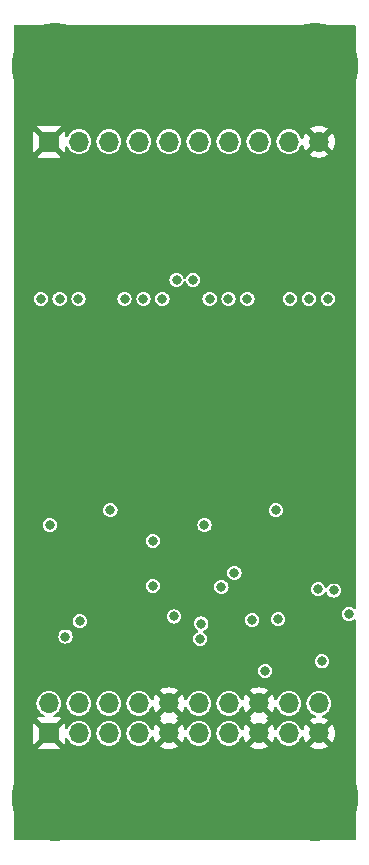
<source format=gbr>
%TF.GenerationSoftware,KiCad,Pcbnew,7.0.9*%
%TF.CreationDate,2024-02-15T22:31:25-05:00*%
%TF.ProjectId,pbm_driver4,70626d5f-6472-4697-9665-72342e6b6963,rev?*%
%TF.SameCoordinates,PX2625a0PY53ec60*%
%TF.FileFunction,Copper,L2,Inr*%
%TF.FilePolarity,Positive*%
%FSLAX46Y46*%
G04 Gerber Fmt 4.6, Leading zero omitted, Abs format (unit mm)*
G04 Created by KiCad (PCBNEW 7.0.9) date 2024-02-15 22:31:25*
%MOMM*%
%LPD*%
G01*
G04 APERTURE LIST*
%TA.AperFunction,ComponentPad*%
%ADD10R,1.700000X1.700000*%
%TD*%
%TA.AperFunction,ComponentPad*%
%ADD11O,1.700000X1.700000*%
%TD*%
%TA.AperFunction,ComponentPad*%
%ADD12C,7.330000*%
%TD*%
%TA.AperFunction,ViaPad*%
%ADD13C,0.800000*%
%TD*%
G04 APERTURE END LIST*
D10*
%TO.N,GND*%
%TO.C,J1*%
X3500000Y9500000D03*
D11*
%TO.N,+12V*%
X3500000Y12040000D03*
%TO.N,/DAC1*%
X6040000Y9500000D03*
%TO.N,/DAC2*%
X6040000Y12040000D03*
%TO.N,/SENSE1*%
X8580000Y9500000D03*
%TO.N,/SENSE2*%
X8580000Y12040000D03*
%TO.N,/SENSE3*%
X11120000Y9500000D03*
%TO.N,/SENSE4*%
X11120000Y12040000D03*
%TO.N,GND*%
X13660000Y9500000D03*
X13660000Y12040000D03*
%TO.N,/SEL1*%
X16200000Y9500000D03*
%TO.N,/SEL2*%
X16200000Y12040000D03*
%TO.N,/SEL3*%
X18740000Y9500000D03*
%TO.N,/SEL4*%
X18740000Y12040000D03*
%TO.N,GND*%
X21280000Y9500000D03*
X21280000Y12040000D03*
%TO.N,/I2C_SCL*%
X23820000Y9500000D03*
%TO.N,/I2C_SDA*%
X23820000Y12040000D03*
%TO.N,GND*%
X26360000Y9500000D03*
%TO.N,+3.3V*%
X26360000Y12040000D03*
%TD*%
D10*
%TO.N,GND*%
%TO.C,J2*%
X3500000Y59600000D03*
D11*
%TO.N,+12V*%
X6040000Y59600000D03*
%TO.N,/LED1*%
X8580000Y59600000D03*
%TO.N,+12V*%
X11120000Y59600000D03*
%TO.N,/LED2*%
X13660000Y59600000D03*
%TO.N,+12V*%
X16200000Y59600000D03*
%TO.N,/LED3*%
X18740000Y59600000D03*
%TO.N,+12V*%
X21280000Y59600000D03*
%TO.N,/LED4*%
X23820000Y59600000D03*
%TO.N,GND*%
X26360000Y59600000D03*
%TD*%
D12*
%TO.N,GND*%
%TO.C,H4*%
X26000000Y4000000D03*
%TD*%
%TO.N,GND*%
%TO.C,H3*%
X4000000Y4000000D03*
%TD*%
%TO.N,GND*%
%TO.C,H2*%
X26000000Y66000000D03*
%TD*%
%TO.N,GND*%
%TO.C,H1*%
X4000000Y66000000D03*
%TD*%
D13*
%TO.N,+12V*%
X8700000Y28400000D03*
X22700000Y28400000D03*
%TO.N,GND*%
X4900000Y30200000D03*
X10900000Y30200000D03*
X15000000Y52500000D03*
X14900000Y26000000D03*
X17900000Y30200000D03*
X11900000Y30200000D03*
X3900000Y30200000D03*
X18100000Y61400000D03*
X28600000Y25800000D03*
X21300000Y24600000D03*
X2900000Y30200000D03*
X1800000Y25700000D03*
X9000000Y57800000D03*
X18200000Y57800000D03*
X23300000Y57800000D03*
X13600000Y57800000D03*
X14000000Y18100000D03*
X24450500Y15600000D03*
X9900000Y30200000D03*
X24900000Y30200000D03*
X10000000Y61400000D03*
X25900000Y30200000D03*
X18900000Y30200000D03*
X7300000Y24600000D03*
X16900000Y30200000D03*
X14000000Y61400000D03*
X23900000Y30200000D03*
X22100000Y61400000D03*
X21800000Y23700000D03*
%TO.N,+3.3V*%
X16400000Y18800000D03*
X28900000Y19600000D03*
X21800000Y14800000D03*
X26600000Y15600000D03*
%TO.N,/LED1*%
X6000000Y46300000D03*
X4400000Y46300000D03*
X2800000Y46300000D03*
%TO.N,/LED2*%
X11500000Y46300000D03*
X13100000Y46300000D03*
X9900000Y46300000D03*
%TO.N,/LED3*%
X18700000Y46300000D03*
X17100000Y46300000D03*
X20300000Y46300000D03*
%TO.N,/LED4*%
X25500000Y46300000D03*
X23900000Y46300000D03*
X27100000Y46300000D03*
%TO.N,/SENSE1*%
X3565000Y27135000D03*
%TO.N,/SENSE2*%
X12300000Y25800000D03*
%TO.N,/SENSE3*%
X16665000Y27135000D03*
%TO.N,/SENSE4*%
X19200000Y23100000D03*
%TO.N,/DAC1*%
X4900000Y17700000D03*
%TO.N,/SEL3*%
X18100000Y21900000D03*
%TO.N,/SEL2*%
X12300000Y22000000D03*
%TO.N,/DAC2*%
X14100000Y19400000D03*
X16300000Y17500000D03*
X6100000Y19000000D03*
%TO.N,/Sheet 5/A1*%
X22900000Y19162299D03*
%TO.N,/Sheet 5/A0*%
X20700000Y19100000D03*
%TO.N,/Sheet 5/DX_N*%
X26300000Y21700000D03*
X14300000Y47900000D03*
%TO.N,/Sheet 5/DX_P*%
X27600000Y21600000D03*
X15700000Y47900000D03*
%TD*%
%TA.AperFunction,Conductor*%
%TO.N,GND*%
G36*
X29443039Y69480315D02*
G01*
X29488794Y69427511D01*
X29500000Y69376000D01*
X29500000Y20147964D01*
X29480315Y20080925D01*
X29427511Y20035170D01*
X29358353Y20025226D01*
X29300515Y20049587D01*
X29202841Y20124536D01*
X29056762Y20185044D01*
X28952254Y20198802D01*
X28900001Y20205682D01*
X28899999Y20205682D01*
X28821619Y20195363D01*
X28743238Y20185044D01*
X28597159Y20124536D01*
X28471718Y20028282D01*
X28375464Y19902841D01*
X28375463Y19902839D01*
X28314956Y19756762D01*
X28314955Y19756760D01*
X28294318Y19600001D01*
X28294318Y19599998D01*
X28314955Y19443239D01*
X28314956Y19443237D01*
X28375463Y19297160D01*
X28471718Y19171718D01*
X28597160Y19075463D01*
X28743237Y19014956D01*
X28743239Y19014955D01*
X28899999Y18994318D01*
X28900000Y18994318D01*
X28900001Y18994318D01*
X29056760Y19014955D01*
X29056762Y19014956D01*
X29202839Y19075463D01*
X29202841Y19075464D01*
X29300515Y19150411D01*
X29365683Y19175605D01*
X29434128Y19161567D01*
X29484117Y19112753D01*
X29500000Y19052035D01*
X29500000Y624000D01*
X29480315Y556961D01*
X29427511Y511206D01*
X29376000Y500000D01*
X624000Y500000D01*
X556961Y519685D01*
X511206Y572489D01*
X500000Y624000D01*
X500000Y8602155D01*
X2150000Y8602155D01*
X2156401Y8542626D01*
X2165276Y8518829D01*
X3016923Y9370476D01*
X3040507Y9290156D01*
X3118239Y9169202D01*
X3226900Y9075048D01*
X3357685Y9015320D01*
X3367465Y9013913D01*
X2518829Y8165276D01*
X2542626Y8156401D01*
X2602155Y8150000D01*
X4397844Y8150000D01*
X4457372Y8156401D01*
X4457382Y8156403D01*
X4481168Y8165275D01*
X4481169Y8165276D01*
X3632533Y9013913D01*
X3642315Y9015320D01*
X3773100Y9075048D01*
X3881761Y9169202D01*
X3959493Y9290156D01*
X3983076Y9370475D01*
X4834722Y8518829D01*
X4834723Y8518829D01*
X4843598Y8542624D01*
X4849999Y8602155D01*
X4850000Y8602172D01*
X4850000Y9002813D01*
X4869685Y9069852D01*
X4922489Y9115607D01*
X4991647Y9125551D01*
X5055203Y9096526D01*
X5083358Y9061267D01*
X5162317Y8913547D01*
X5293589Y8753589D01*
X5453547Y8622317D01*
X5453548Y8622316D01*
X5453550Y8622315D01*
X5525898Y8583643D01*
X5636043Y8524769D01*
X5636045Y8524768D01*
X5636046Y8524768D01*
X5735056Y8494734D01*
X5834069Y8464699D01*
X5834065Y8464699D01*
X6040000Y8444417D01*
X6245932Y8464699D01*
X6344944Y8494734D01*
X6443954Y8524768D01*
X6626450Y8622315D01*
X6668677Y8656969D01*
X6786410Y8753589D01*
X6865702Y8850209D01*
X6917685Y8913550D01*
X7015232Y9096046D01*
X7075300Y9294066D01*
X7095583Y9500000D01*
X7524417Y9500000D01*
X7544699Y9294067D01*
X7604769Y9096043D01*
X7702317Y8913547D01*
X7833589Y8753589D01*
X7993547Y8622317D01*
X7993548Y8622316D01*
X7993550Y8622315D01*
X8065898Y8583643D01*
X8176043Y8524769D01*
X8176045Y8524768D01*
X8176046Y8524768D01*
X8275056Y8494734D01*
X8374069Y8464699D01*
X8374065Y8464699D01*
X8580000Y8444417D01*
X8785932Y8464699D01*
X8884944Y8494734D01*
X8983954Y8524768D01*
X9166450Y8622315D01*
X9208677Y8656969D01*
X9326410Y8753589D01*
X9405702Y8850209D01*
X9457685Y8913550D01*
X9555232Y9096046D01*
X9615300Y9294066D01*
X9635583Y9500000D01*
X10064417Y9500000D01*
X10084699Y9294067D01*
X10144769Y9096043D01*
X10242317Y8913547D01*
X10373589Y8753589D01*
X10533547Y8622317D01*
X10533548Y8622316D01*
X10533550Y8622315D01*
X10605898Y8583643D01*
X10716043Y8524769D01*
X10716045Y8524768D01*
X10716046Y8524768D01*
X10815056Y8494734D01*
X10914069Y8464699D01*
X10914065Y8464699D01*
X11120000Y8444417D01*
X11325932Y8464699D01*
X11424944Y8494734D01*
X11523954Y8524768D01*
X11706450Y8622315D01*
X11748677Y8656969D01*
X11866410Y8753589D01*
X11945702Y8850209D01*
X11997685Y8913550D01*
X12095232Y9096046D01*
X12115406Y9162552D01*
X12153702Y9220989D01*
X12217514Y9249446D01*
X12286581Y9238887D01*
X12338975Y9192663D01*
X12353841Y9158650D01*
X12386567Y9036514D01*
X12386570Y9036507D01*
X12486402Y8822417D01*
X12545072Y8738626D01*
X12545073Y8738625D01*
X13176923Y9370475D01*
X13200507Y9290156D01*
X13278239Y9169202D01*
X13386900Y9075048D01*
X13517685Y9015320D01*
X13527466Y9013913D01*
X12898625Y8385073D01*
X12898626Y8385072D01*
X12982417Y8326402D01*
X13196507Y8226570D01*
X13196516Y8226566D01*
X13424673Y8165432D01*
X13424684Y8165430D01*
X13659998Y8144843D01*
X13660002Y8144843D01*
X13895315Y8165430D01*
X13895326Y8165432D01*
X14123483Y8226566D01*
X14123492Y8226570D01*
X14337579Y8326400D01*
X14337583Y8326402D01*
X14421373Y8385072D01*
X14421373Y8385073D01*
X13792533Y9013913D01*
X13802315Y9015320D01*
X13933100Y9075048D01*
X14041761Y9169202D01*
X14119493Y9290156D01*
X14143076Y9370475D01*
X14774925Y8738625D01*
X14833599Y8822421D01*
X14933429Y9036507D01*
X14933433Y9036516D01*
X14966158Y9158649D01*
X15002523Y9218310D01*
X15065369Y9248839D01*
X15134745Y9240545D01*
X15188623Y9196059D01*
X15204593Y9162552D01*
X15224767Y9096046D01*
X15322317Y8913547D01*
X15453589Y8753589D01*
X15613547Y8622317D01*
X15613548Y8622316D01*
X15613550Y8622315D01*
X15685898Y8583643D01*
X15796043Y8524769D01*
X15796045Y8524768D01*
X15796046Y8524768D01*
X15895056Y8494734D01*
X15994069Y8464699D01*
X15994065Y8464699D01*
X16200000Y8444417D01*
X16405932Y8464699D01*
X16504944Y8494734D01*
X16603954Y8524768D01*
X16786450Y8622315D01*
X16828677Y8656969D01*
X16946410Y8753589D01*
X17025702Y8850209D01*
X17077685Y8913550D01*
X17175232Y9096046D01*
X17235300Y9294066D01*
X17255583Y9500000D01*
X17684417Y9500000D01*
X17704699Y9294067D01*
X17764769Y9096043D01*
X17862317Y8913547D01*
X17993589Y8753589D01*
X18153547Y8622317D01*
X18153548Y8622316D01*
X18153550Y8622315D01*
X18225898Y8583643D01*
X18336043Y8524769D01*
X18336045Y8524768D01*
X18336046Y8524768D01*
X18435056Y8494734D01*
X18534069Y8464699D01*
X18534065Y8464699D01*
X18740000Y8444417D01*
X18945932Y8464699D01*
X19044944Y8494734D01*
X19143954Y8524768D01*
X19326450Y8622315D01*
X19368677Y8656969D01*
X19486410Y8753589D01*
X19565702Y8850209D01*
X19617685Y8913550D01*
X19715232Y9096046D01*
X19735406Y9162552D01*
X19773702Y9220989D01*
X19837514Y9249446D01*
X19906581Y9238887D01*
X19958975Y9192663D01*
X19973841Y9158650D01*
X20006567Y9036514D01*
X20006570Y9036507D01*
X20106402Y8822417D01*
X20165072Y8738626D01*
X20165073Y8738625D01*
X20796923Y9370475D01*
X20820507Y9290156D01*
X20898239Y9169202D01*
X21006900Y9075048D01*
X21137685Y9015320D01*
X21147466Y9013913D01*
X20518625Y8385073D01*
X20518626Y8385072D01*
X20602417Y8326402D01*
X20816507Y8226570D01*
X20816516Y8226566D01*
X21044673Y8165432D01*
X21044684Y8165430D01*
X21279998Y8144843D01*
X21280002Y8144843D01*
X21515315Y8165430D01*
X21515326Y8165432D01*
X21743483Y8226566D01*
X21743492Y8226570D01*
X21957579Y8326400D01*
X21957583Y8326402D01*
X22041373Y8385072D01*
X22041373Y8385073D01*
X21412533Y9013913D01*
X21422315Y9015320D01*
X21553100Y9075048D01*
X21661761Y9169202D01*
X21739493Y9290156D01*
X21763076Y9370475D01*
X22394925Y8738625D01*
X22453599Y8822421D01*
X22553429Y9036507D01*
X22553433Y9036516D01*
X22586158Y9158649D01*
X22622523Y9218310D01*
X22685369Y9248839D01*
X22754745Y9240545D01*
X22808623Y9196059D01*
X22824593Y9162552D01*
X22844767Y9096046D01*
X22942317Y8913547D01*
X23073589Y8753589D01*
X23233547Y8622317D01*
X23233548Y8622316D01*
X23233550Y8622315D01*
X23305898Y8583643D01*
X23416043Y8524769D01*
X23416045Y8524768D01*
X23416046Y8524768D01*
X23515056Y8494734D01*
X23614069Y8464699D01*
X23614065Y8464699D01*
X23820000Y8444417D01*
X24025932Y8464699D01*
X24124944Y8494734D01*
X24223954Y8524768D01*
X24406450Y8622315D01*
X24448677Y8656969D01*
X24566410Y8753589D01*
X24645702Y8850209D01*
X24697685Y8913550D01*
X24795232Y9096046D01*
X24815406Y9162552D01*
X24853702Y9220989D01*
X24917514Y9249446D01*
X24986581Y9238887D01*
X25038975Y9192663D01*
X25053841Y9158650D01*
X25086567Y9036514D01*
X25086570Y9036507D01*
X25186402Y8822417D01*
X25245072Y8738626D01*
X25245073Y8738625D01*
X25876923Y9370475D01*
X25900507Y9290156D01*
X25978239Y9169202D01*
X26086900Y9075048D01*
X26217685Y9015320D01*
X26227466Y9013913D01*
X25598625Y8385073D01*
X25598626Y8385072D01*
X25682417Y8326402D01*
X25896507Y8226570D01*
X25896516Y8226566D01*
X26124673Y8165432D01*
X26124684Y8165430D01*
X26359998Y8144843D01*
X26360002Y8144843D01*
X26595315Y8165430D01*
X26595326Y8165432D01*
X26823483Y8226566D01*
X26823492Y8226570D01*
X27037579Y8326400D01*
X27037583Y8326402D01*
X27121373Y8385072D01*
X27121373Y8385073D01*
X26492533Y9013913D01*
X26502315Y9015320D01*
X26633100Y9075048D01*
X26741761Y9169202D01*
X26819493Y9290156D01*
X26843076Y9370475D01*
X27474925Y8738625D01*
X27533599Y8822421D01*
X27633429Y9036507D01*
X27633433Y9036516D01*
X27694567Y9264673D01*
X27694569Y9264684D01*
X27715157Y9499998D01*
X27715157Y9500001D01*
X27694569Y9735315D01*
X27694567Y9735326D01*
X27633433Y9963483D01*
X27633429Y9963492D01*
X27533601Y10177575D01*
X27474925Y10261373D01*
X26843076Y9629524D01*
X26819493Y9709844D01*
X26741761Y9830798D01*
X26633100Y9924952D01*
X26502315Y9984680D01*
X26492533Y9986086D01*
X27121373Y10614925D01*
X27121373Y10614926D01*
X27037582Y10673598D01*
X27037578Y10673600D01*
X26823492Y10773429D01*
X26823483Y10773433D01*
X26701350Y10806158D01*
X26641690Y10842522D01*
X26611160Y10905369D01*
X26619454Y10974745D01*
X26663939Y11028623D01*
X26697448Y11044594D01*
X26763954Y11064768D01*
X26946450Y11162315D01*
X26988677Y11196969D01*
X27106410Y11293589D01*
X27185702Y11390209D01*
X27237685Y11453550D01*
X27335232Y11636046D01*
X27395300Y11834066D01*
X27415583Y12040000D01*
X27395300Y12245934D01*
X27335232Y12443954D01*
X27237685Y12626450D01*
X27106410Y12786410D01*
X26946450Y12917685D01*
X26763954Y13015232D01*
X26565934Y13075300D01*
X26360000Y13095583D01*
X26154066Y13075300D01*
X25956046Y13015232D01*
X25773550Y12917685D01*
X25710209Y12865702D01*
X25613589Y12786410D01*
X25516969Y12668677D01*
X25482315Y12626450D01*
X25416592Y12503492D01*
X25384769Y12443956D01*
X25324699Y12245932D01*
X25304417Y12040000D01*
X25324699Y11834067D01*
X25384769Y11636043D01*
X25482317Y11453547D01*
X25613589Y11293589D01*
X25773547Y11162317D01*
X25773548Y11162316D01*
X25773550Y11162315D01*
X25825358Y11134622D01*
X25956046Y11064767D01*
X26022552Y11044593D01*
X26080990Y11006296D01*
X26109447Y10942483D01*
X26098886Y10873416D01*
X26052661Y10821023D01*
X26018649Y10806158D01*
X25896516Y10773433D01*
X25896507Y10773429D01*
X25682423Y10673600D01*
X25682421Y10673599D01*
X25598626Y10614925D01*
X25598625Y10614925D01*
X26227466Y9986086D01*
X26217685Y9984680D01*
X26086900Y9924952D01*
X25978239Y9830798D01*
X25900507Y9709844D01*
X25876923Y9629523D01*
X25245074Y10261373D01*
X25245073Y10261372D01*
X25186400Y10177578D01*
X25186399Y10177576D01*
X25086570Y9963492D01*
X25086567Y9963486D01*
X25053841Y9841349D01*
X25017476Y9781689D01*
X24954629Y9751160D01*
X24885253Y9759455D01*
X24831375Y9803940D01*
X24815407Y9837444D01*
X24795232Y9903954D01*
X24697685Y10086450D01*
X24566410Y10246410D01*
X24406450Y10377685D01*
X24223954Y10475232D01*
X24025934Y10535300D01*
X23820000Y10555583D01*
X23614066Y10535300D01*
X23416046Y10475232D01*
X23233550Y10377685D01*
X23170209Y10325702D01*
X23073589Y10246410D01*
X22976969Y10128677D01*
X22942315Y10086450D01*
X22844768Y9903954D01*
X22840198Y9888888D01*
X22824594Y9837448D01*
X22786296Y9779009D01*
X22722484Y9750553D01*
X22653417Y9761113D01*
X22601023Y9807337D01*
X22586158Y9841350D01*
X22553433Y9963483D01*
X22553429Y9963492D01*
X22453601Y10177575D01*
X22394925Y10261373D01*
X21763076Y9629524D01*
X21739493Y9709844D01*
X21661761Y9830798D01*
X21553100Y9924952D01*
X21422315Y9984680D01*
X21412533Y9986086D01*
X22041373Y10614925D01*
X21964968Y10668425D01*
X21921344Y10723002D01*
X21914151Y10792501D01*
X21945673Y10854855D01*
X21964969Y10871576D01*
X22041373Y10925073D01*
X21412533Y11553913D01*
X21422315Y11555320D01*
X21553100Y11615048D01*
X21661761Y11709202D01*
X21739493Y11830156D01*
X21763076Y11910475D01*
X22394925Y11278625D01*
X22453599Y11362421D01*
X22553429Y11576507D01*
X22553433Y11576516D01*
X22586158Y11698649D01*
X22622523Y11758310D01*
X22685369Y11788839D01*
X22754745Y11780545D01*
X22808623Y11736059D01*
X22824593Y11702552D01*
X22844767Y11636046D01*
X22942317Y11453547D01*
X23073589Y11293589D01*
X23233547Y11162317D01*
X23233548Y11162316D01*
X23233550Y11162315D01*
X23305898Y11123643D01*
X23416043Y11064769D01*
X23416045Y11064768D01*
X23416046Y11064768D01*
X23447578Y11055203D01*
X23614069Y11004699D01*
X23614065Y11004699D01*
X23820000Y10984417D01*
X24025932Y11004699D01*
X24157448Y11044594D01*
X24223954Y11064768D01*
X24406450Y11162315D01*
X24448677Y11196969D01*
X24566410Y11293589D01*
X24645702Y11390209D01*
X24697685Y11453550D01*
X24795232Y11636046D01*
X24855300Y11834066D01*
X24875583Y12040000D01*
X24855300Y12245934D01*
X24795232Y12443954D01*
X24697685Y12626450D01*
X24566410Y12786410D01*
X24406450Y12917685D01*
X24223954Y13015232D01*
X24025934Y13075300D01*
X23820000Y13095583D01*
X23614066Y13075300D01*
X23416046Y13015232D01*
X23233550Y12917685D01*
X23170209Y12865702D01*
X23073589Y12786410D01*
X22976969Y12668677D01*
X22942315Y12626450D01*
X22876592Y12503492D01*
X22844769Y12443956D01*
X22824594Y12377448D01*
X22786296Y12319009D01*
X22722484Y12290553D01*
X22653417Y12301113D01*
X22601023Y12347337D01*
X22586158Y12381350D01*
X22553433Y12503483D01*
X22553429Y12503492D01*
X22453601Y12717575D01*
X22394925Y12801373D01*
X21763076Y12169524D01*
X21739493Y12249844D01*
X21661761Y12370798D01*
X21553100Y12464952D01*
X21422315Y12524680D01*
X21412533Y12526086D01*
X22041373Y13154925D01*
X22041373Y13154926D01*
X21957582Y13213598D01*
X21957578Y13213600D01*
X21743492Y13313429D01*
X21743483Y13313433D01*
X21515326Y13374567D01*
X21515315Y13374569D01*
X21280002Y13395157D01*
X21279998Y13395157D01*
X21044684Y13374569D01*
X21044673Y13374567D01*
X20816516Y13313433D01*
X20816507Y13313429D01*
X20602423Y13213600D01*
X20602421Y13213599D01*
X20518626Y13154925D01*
X20518625Y13154925D01*
X21147466Y12526086D01*
X21137685Y12524680D01*
X21006900Y12464952D01*
X20898239Y12370798D01*
X20820507Y12249844D01*
X20796923Y12169523D01*
X20165074Y12801373D01*
X20165073Y12801372D01*
X20106400Y12717578D01*
X20106399Y12717576D01*
X20006570Y12503492D01*
X20006567Y12503486D01*
X19973841Y12381349D01*
X19937476Y12321689D01*
X19874629Y12291160D01*
X19805253Y12299455D01*
X19751375Y12343940D01*
X19735407Y12377444D01*
X19715232Y12443954D01*
X19617685Y12626450D01*
X19486410Y12786410D01*
X19326450Y12917685D01*
X19143954Y13015232D01*
X18945934Y13075300D01*
X18740000Y13095583D01*
X18534066Y13075300D01*
X18336046Y13015232D01*
X18153550Y12917685D01*
X18090209Y12865702D01*
X17993589Y12786410D01*
X17896969Y12668677D01*
X17862315Y12626450D01*
X17796592Y12503492D01*
X17764769Y12443956D01*
X17704699Y12245932D01*
X17684417Y12040000D01*
X17704699Y11834067D01*
X17764769Y11636043D01*
X17862317Y11453547D01*
X17993589Y11293589D01*
X18153547Y11162317D01*
X18153548Y11162316D01*
X18153550Y11162315D01*
X18225898Y11123643D01*
X18336043Y11064769D01*
X18336045Y11064768D01*
X18336046Y11064768D01*
X18367578Y11055203D01*
X18534069Y11004699D01*
X18534065Y11004699D01*
X18740000Y10984417D01*
X18945932Y11004699D01*
X19077448Y11044594D01*
X19143954Y11064768D01*
X19326450Y11162315D01*
X19368677Y11196969D01*
X19486410Y11293589D01*
X19565702Y11390209D01*
X19617685Y11453550D01*
X19715232Y11636046D01*
X19735406Y11702552D01*
X19773702Y11760989D01*
X19837514Y11789446D01*
X19906581Y11778887D01*
X19958975Y11732663D01*
X19973841Y11698650D01*
X20006567Y11576514D01*
X20006570Y11576507D01*
X20106402Y11362417D01*
X20165072Y11278626D01*
X20165073Y11278625D01*
X20796923Y11910475D01*
X20820507Y11830156D01*
X20898239Y11709202D01*
X21006900Y11615048D01*
X21137685Y11555320D01*
X21147466Y11553913D01*
X20518625Y10925073D01*
X20518626Y10925072D01*
X20595031Y10871574D01*
X20638656Y10816997D01*
X20645850Y10747499D01*
X20614327Y10685144D01*
X20595031Y10668423D01*
X20518626Y10614924D01*
X21147466Y9986086D01*
X21137685Y9984680D01*
X21006900Y9924952D01*
X20898239Y9830798D01*
X20820507Y9709844D01*
X20796923Y9629523D01*
X20165074Y10261373D01*
X20165073Y10261372D01*
X20106400Y10177578D01*
X20106399Y10177576D01*
X20006570Y9963492D01*
X20006567Y9963486D01*
X19973841Y9841349D01*
X19937476Y9781689D01*
X19874629Y9751160D01*
X19805253Y9759455D01*
X19751375Y9803940D01*
X19735407Y9837444D01*
X19715232Y9903954D01*
X19617685Y10086450D01*
X19486410Y10246410D01*
X19326450Y10377685D01*
X19143954Y10475232D01*
X18945934Y10535300D01*
X18740000Y10555583D01*
X18534066Y10535300D01*
X18336046Y10475232D01*
X18153550Y10377685D01*
X18090209Y10325702D01*
X17993589Y10246410D01*
X17896969Y10128677D01*
X17862315Y10086450D01*
X17764768Y9903954D01*
X17760198Y9888888D01*
X17704699Y9705932D01*
X17684417Y9500000D01*
X17255583Y9500000D01*
X17235300Y9705934D01*
X17175232Y9903954D01*
X17077685Y10086450D01*
X16946410Y10246410D01*
X16786450Y10377685D01*
X16603954Y10475232D01*
X16405934Y10535300D01*
X16200000Y10555583D01*
X15994066Y10535300D01*
X15796046Y10475232D01*
X15613550Y10377685D01*
X15550209Y10325702D01*
X15453589Y10246410D01*
X15356969Y10128677D01*
X15322315Y10086450D01*
X15224768Y9903954D01*
X15220198Y9888888D01*
X15204594Y9837448D01*
X15166296Y9779009D01*
X15102484Y9750553D01*
X15033417Y9761113D01*
X14981023Y9807337D01*
X14966158Y9841350D01*
X14933433Y9963483D01*
X14933429Y9963492D01*
X14833601Y10177575D01*
X14774925Y10261373D01*
X14143076Y9629524D01*
X14119493Y9709844D01*
X14041761Y9830798D01*
X13933100Y9924952D01*
X13802315Y9984680D01*
X13792533Y9986086D01*
X14421373Y10614925D01*
X14344968Y10668425D01*
X14301344Y10723002D01*
X14294151Y10792501D01*
X14325673Y10854855D01*
X14344969Y10871576D01*
X14421373Y10925073D01*
X13792533Y11553913D01*
X13802315Y11555320D01*
X13933100Y11615048D01*
X14041761Y11709202D01*
X14119493Y11830156D01*
X14143076Y11910475D01*
X14774925Y11278625D01*
X14833599Y11362421D01*
X14933429Y11576507D01*
X14933433Y11576516D01*
X14966158Y11698649D01*
X15002523Y11758310D01*
X15065369Y11788839D01*
X15134745Y11780545D01*
X15188623Y11736059D01*
X15204593Y11702552D01*
X15224767Y11636046D01*
X15322317Y11453547D01*
X15453589Y11293589D01*
X15613547Y11162317D01*
X15613548Y11162316D01*
X15613550Y11162315D01*
X15685898Y11123643D01*
X15796043Y11064769D01*
X15796045Y11064768D01*
X15796046Y11064768D01*
X15827578Y11055203D01*
X15994069Y11004699D01*
X15994065Y11004699D01*
X16200000Y10984417D01*
X16405932Y11004699D01*
X16537448Y11044594D01*
X16603954Y11064768D01*
X16786450Y11162315D01*
X16828677Y11196969D01*
X16946410Y11293589D01*
X17025702Y11390209D01*
X17077685Y11453550D01*
X17175232Y11636046D01*
X17235300Y11834066D01*
X17255583Y12040000D01*
X17235300Y12245934D01*
X17175232Y12443954D01*
X17077685Y12626450D01*
X16946410Y12786410D01*
X16786450Y12917685D01*
X16603954Y13015232D01*
X16405934Y13075300D01*
X16200000Y13095583D01*
X15994066Y13075300D01*
X15796046Y13015232D01*
X15613550Y12917685D01*
X15550209Y12865702D01*
X15453589Y12786410D01*
X15356969Y12668677D01*
X15322315Y12626450D01*
X15256592Y12503492D01*
X15224769Y12443956D01*
X15204594Y12377448D01*
X15166296Y12319009D01*
X15102484Y12290553D01*
X15033417Y12301113D01*
X14981023Y12347337D01*
X14966158Y12381350D01*
X14933433Y12503483D01*
X14933429Y12503492D01*
X14833601Y12717575D01*
X14774925Y12801373D01*
X14143076Y12169524D01*
X14119493Y12249844D01*
X14041761Y12370798D01*
X13933100Y12464952D01*
X13802315Y12524680D01*
X13792533Y12526086D01*
X14421373Y13154925D01*
X14421373Y13154926D01*
X14337582Y13213598D01*
X14337578Y13213600D01*
X14123492Y13313429D01*
X14123483Y13313433D01*
X13895326Y13374567D01*
X13895315Y13374569D01*
X13660002Y13395157D01*
X13659998Y13395157D01*
X13424684Y13374569D01*
X13424673Y13374567D01*
X13196516Y13313433D01*
X13196507Y13313429D01*
X12982423Y13213600D01*
X12982421Y13213599D01*
X12898626Y13154925D01*
X12898625Y13154925D01*
X13527466Y12526086D01*
X13517685Y12524680D01*
X13386900Y12464952D01*
X13278239Y12370798D01*
X13200507Y12249844D01*
X13176923Y12169523D01*
X12545074Y12801373D01*
X12545073Y12801372D01*
X12486400Y12717578D01*
X12486399Y12717576D01*
X12386570Y12503492D01*
X12386567Y12503486D01*
X12353841Y12381349D01*
X12317476Y12321689D01*
X12254629Y12291160D01*
X12185253Y12299455D01*
X12131375Y12343940D01*
X12115407Y12377444D01*
X12095232Y12443954D01*
X11997685Y12626450D01*
X11866410Y12786410D01*
X11706450Y12917685D01*
X11523954Y13015232D01*
X11325934Y13075300D01*
X11120000Y13095583D01*
X10914066Y13075300D01*
X10716046Y13015232D01*
X10533550Y12917685D01*
X10470209Y12865702D01*
X10373589Y12786410D01*
X10276969Y12668677D01*
X10242315Y12626450D01*
X10176592Y12503492D01*
X10144769Y12443956D01*
X10084699Y12245932D01*
X10064417Y12040000D01*
X10084699Y11834067D01*
X10144769Y11636043D01*
X10242317Y11453547D01*
X10373589Y11293589D01*
X10533547Y11162317D01*
X10533548Y11162316D01*
X10533550Y11162315D01*
X10605898Y11123643D01*
X10716043Y11064769D01*
X10716045Y11064768D01*
X10716046Y11064768D01*
X10747578Y11055203D01*
X10914069Y11004699D01*
X10914065Y11004699D01*
X11120000Y10984417D01*
X11325932Y11004699D01*
X11457448Y11044594D01*
X11523954Y11064768D01*
X11706450Y11162315D01*
X11748677Y11196969D01*
X11866410Y11293589D01*
X11945702Y11390209D01*
X11997685Y11453550D01*
X12095232Y11636046D01*
X12115406Y11702552D01*
X12153702Y11760989D01*
X12217514Y11789446D01*
X12286581Y11778887D01*
X12338975Y11732663D01*
X12353841Y11698650D01*
X12386567Y11576514D01*
X12386570Y11576507D01*
X12486402Y11362417D01*
X12545072Y11278626D01*
X12545073Y11278625D01*
X13176923Y11910475D01*
X13200507Y11830156D01*
X13278239Y11709202D01*
X13386900Y11615048D01*
X13517685Y11555320D01*
X13527466Y11553913D01*
X12898625Y10925073D01*
X12898626Y10925072D01*
X12975031Y10871574D01*
X13018656Y10816997D01*
X13025850Y10747499D01*
X12994327Y10685144D01*
X12975031Y10668423D01*
X12898626Y10614924D01*
X13527466Y9986086D01*
X13517685Y9984680D01*
X13386900Y9924952D01*
X13278239Y9830798D01*
X13200507Y9709844D01*
X13176923Y9629523D01*
X12545074Y10261373D01*
X12545073Y10261372D01*
X12486400Y10177578D01*
X12486399Y10177576D01*
X12386570Y9963492D01*
X12386567Y9963486D01*
X12353841Y9841349D01*
X12317476Y9781689D01*
X12254629Y9751160D01*
X12185253Y9759455D01*
X12131375Y9803940D01*
X12115407Y9837444D01*
X12095232Y9903954D01*
X11997685Y10086450D01*
X11866410Y10246410D01*
X11706450Y10377685D01*
X11523954Y10475232D01*
X11325934Y10535300D01*
X11120000Y10555583D01*
X10914066Y10535300D01*
X10716046Y10475232D01*
X10533550Y10377685D01*
X10470209Y10325702D01*
X10373589Y10246410D01*
X10276969Y10128677D01*
X10242315Y10086450D01*
X10144768Y9903954D01*
X10140198Y9888888D01*
X10084699Y9705932D01*
X10064417Y9500000D01*
X9635583Y9500000D01*
X9615300Y9705934D01*
X9555232Y9903954D01*
X9457685Y10086450D01*
X9326410Y10246410D01*
X9166450Y10377685D01*
X8983954Y10475232D01*
X8785934Y10535300D01*
X8580000Y10555583D01*
X8374066Y10535300D01*
X8176046Y10475232D01*
X7993550Y10377685D01*
X7930209Y10325702D01*
X7833589Y10246410D01*
X7736969Y10128677D01*
X7702315Y10086450D01*
X7604768Y9903954D01*
X7600198Y9888888D01*
X7544699Y9705932D01*
X7524417Y9500000D01*
X7095583Y9500000D01*
X7075300Y9705934D01*
X7015232Y9903954D01*
X6917685Y10086450D01*
X6786410Y10246410D01*
X6626450Y10377685D01*
X6443954Y10475232D01*
X6245934Y10535300D01*
X6040000Y10555583D01*
X5834066Y10535300D01*
X5636046Y10475232D01*
X5453550Y10377685D01*
X5390209Y10325702D01*
X5293589Y10246410D01*
X5196969Y10128677D01*
X5162315Y10086450D01*
X5083356Y9938730D01*
X5034395Y9888888D01*
X4966258Y9873428D01*
X4900578Y9897260D01*
X4858209Y9952818D01*
X4850000Y9997186D01*
X4850000Y10397827D01*
X4849999Y10397844D01*
X4843598Y10457372D01*
X4843597Y10457378D01*
X4834723Y10481168D01*
X4834722Y10481168D01*
X3983076Y9629523D01*
X3959493Y9709844D01*
X3881761Y9830798D01*
X3773100Y9924952D01*
X3642315Y9984680D01*
X3632534Y9986086D01*
X4481168Y10834722D01*
X4481168Y10834723D01*
X4457378Y10843597D01*
X4457372Y10843598D01*
X4397844Y10849999D01*
X4397828Y10850000D01*
X3997187Y10850000D01*
X3930148Y10869685D01*
X3884393Y10922489D01*
X3874449Y10991647D01*
X3903474Y11055203D01*
X3938733Y11083358D01*
X4086450Y11162315D01*
X4128677Y11196969D01*
X4246410Y11293589D01*
X4325702Y11390209D01*
X4377685Y11453550D01*
X4475232Y11636046D01*
X4535300Y11834066D01*
X4555583Y12040000D01*
X4984417Y12040000D01*
X5004699Y11834067D01*
X5064769Y11636043D01*
X5162317Y11453547D01*
X5293589Y11293589D01*
X5453547Y11162317D01*
X5453548Y11162316D01*
X5453550Y11162315D01*
X5525898Y11123643D01*
X5636043Y11064769D01*
X5636045Y11064768D01*
X5636046Y11064768D01*
X5667578Y11055203D01*
X5834069Y11004699D01*
X5834065Y11004699D01*
X6040000Y10984417D01*
X6245932Y11004699D01*
X6377448Y11044594D01*
X6443954Y11064768D01*
X6626450Y11162315D01*
X6668677Y11196969D01*
X6786410Y11293589D01*
X6865702Y11390209D01*
X6917685Y11453550D01*
X7015232Y11636046D01*
X7075300Y11834066D01*
X7095583Y12040000D01*
X7524417Y12040000D01*
X7544699Y11834067D01*
X7604769Y11636043D01*
X7702317Y11453547D01*
X7833589Y11293589D01*
X7993547Y11162317D01*
X7993548Y11162316D01*
X7993550Y11162315D01*
X8065898Y11123643D01*
X8176043Y11064769D01*
X8176045Y11064768D01*
X8176046Y11064768D01*
X8207578Y11055203D01*
X8374069Y11004699D01*
X8374065Y11004699D01*
X8580000Y10984417D01*
X8785932Y11004699D01*
X8917448Y11044594D01*
X8983954Y11064768D01*
X9166450Y11162315D01*
X9208677Y11196969D01*
X9326410Y11293589D01*
X9405702Y11390209D01*
X9457685Y11453550D01*
X9555232Y11636046D01*
X9615300Y11834066D01*
X9635583Y12040000D01*
X9615300Y12245934D01*
X9555232Y12443954D01*
X9457685Y12626450D01*
X9326410Y12786410D01*
X9166450Y12917685D01*
X8983954Y13015232D01*
X8785934Y13075300D01*
X8580000Y13095583D01*
X8374066Y13075300D01*
X8176046Y13015232D01*
X7993550Y12917685D01*
X7930209Y12865702D01*
X7833589Y12786410D01*
X7736969Y12668677D01*
X7702315Y12626450D01*
X7636592Y12503492D01*
X7604769Y12443956D01*
X7544699Y12245932D01*
X7524417Y12040000D01*
X7095583Y12040000D01*
X7075300Y12245934D01*
X7015232Y12443954D01*
X6917685Y12626450D01*
X6786410Y12786410D01*
X6626450Y12917685D01*
X6443954Y13015232D01*
X6245934Y13075300D01*
X6040000Y13095583D01*
X5834066Y13075300D01*
X5636046Y13015232D01*
X5453550Y12917685D01*
X5390209Y12865702D01*
X5293589Y12786410D01*
X5196969Y12668677D01*
X5162315Y12626450D01*
X5096592Y12503492D01*
X5064769Y12443956D01*
X5004699Y12245932D01*
X4984417Y12040000D01*
X4555583Y12040000D01*
X4535300Y12245934D01*
X4475232Y12443954D01*
X4377685Y12626450D01*
X4246410Y12786410D01*
X4086450Y12917685D01*
X3903954Y13015232D01*
X3705934Y13075300D01*
X3500000Y13095583D01*
X3294066Y13075300D01*
X3096046Y13015232D01*
X2913550Y12917685D01*
X2850209Y12865702D01*
X2753589Y12786410D01*
X2656969Y12668677D01*
X2622315Y12626450D01*
X2556592Y12503492D01*
X2524769Y12443956D01*
X2464699Y12245932D01*
X2444417Y12040000D01*
X2464699Y11834067D01*
X2524769Y11636043D01*
X2622317Y11453547D01*
X2753589Y11293589D01*
X2913547Y11162317D01*
X2913548Y11162316D01*
X2913550Y11162315D01*
X3061267Y11083358D01*
X3111111Y11034395D01*
X3126571Y10966257D01*
X3102739Y10900578D01*
X3047181Y10858209D01*
X3002813Y10850000D01*
X2602172Y10850000D01*
X2602155Y10849999D01*
X2542624Y10843598D01*
X2518829Y10834723D01*
X2518829Y10834722D01*
X3367466Y9986086D01*
X3357685Y9984680D01*
X3226900Y9924952D01*
X3118239Y9830798D01*
X3040507Y9709844D01*
X3016922Y9629523D01*
X2165276Y10481169D01*
X2165275Y10481168D01*
X2156403Y10457382D01*
X2156401Y10457372D01*
X2150000Y10397844D01*
X2150000Y8602155D01*
X500000Y8602155D01*
X500000Y14799998D01*
X21194318Y14799998D01*
X21214955Y14643239D01*
X21214956Y14643237D01*
X21275463Y14497160D01*
X21371718Y14371718D01*
X21497160Y14275463D01*
X21643237Y14214956D01*
X21643239Y14214955D01*
X21799999Y14194318D01*
X21800000Y14194318D01*
X21800001Y14194318D01*
X21956760Y14214955D01*
X21956762Y14214956D01*
X22102839Y14275463D01*
X22102841Y14275464D01*
X22228282Y14371718D01*
X22324536Y14497159D01*
X22385044Y14643238D01*
X22405682Y14800000D01*
X22385044Y14956762D01*
X22324536Y15102841D01*
X22228282Y15228282D01*
X22102841Y15324536D01*
X21956762Y15385044D01*
X21852254Y15398802D01*
X21800001Y15405682D01*
X21799999Y15405682D01*
X21721619Y15395363D01*
X21643238Y15385044D01*
X21497159Y15324536D01*
X21371718Y15228282D01*
X21275464Y15102841D01*
X21275463Y15102839D01*
X21214956Y14956762D01*
X21214955Y14956760D01*
X21194318Y14800001D01*
X21194318Y14799998D01*
X500000Y14799998D01*
X500000Y15599998D01*
X25994318Y15599998D01*
X26014955Y15443239D01*
X26014956Y15443237D01*
X26075463Y15297160D01*
X26171718Y15171718D01*
X26297160Y15075463D01*
X26443237Y15014956D01*
X26443239Y15014955D01*
X26599999Y14994318D01*
X26600000Y14994318D01*
X26600001Y14994318D01*
X26756760Y15014955D01*
X26756762Y15014956D01*
X26902839Y15075463D01*
X26902841Y15075464D01*
X27028282Y15171718D01*
X27124536Y15297159D01*
X27185044Y15443238D01*
X27205682Y15600000D01*
X27185044Y15756762D01*
X27124536Y15902841D01*
X27028282Y16028282D01*
X26902841Y16124536D01*
X26756762Y16185044D01*
X26652254Y16198802D01*
X26600001Y16205682D01*
X26599999Y16205682D01*
X26521619Y16195363D01*
X26443238Y16185044D01*
X26297159Y16124536D01*
X26171718Y16028282D01*
X26075464Y15902841D01*
X26075463Y15902839D01*
X26014956Y15756762D01*
X26014955Y15756760D01*
X25994318Y15600001D01*
X25994318Y15599998D01*
X500000Y15599998D01*
X500000Y17699998D01*
X4294318Y17699998D01*
X4314955Y17543239D01*
X4314956Y17543237D01*
X4375463Y17397160D01*
X4471718Y17271718D01*
X4597160Y17175463D01*
X4743237Y17114956D01*
X4743239Y17114955D01*
X4899999Y17094318D01*
X4900000Y17094318D01*
X4900001Y17094318D01*
X5056760Y17114955D01*
X5056762Y17114956D01*
X5202839Y17175463D01*
X5202841Y17175464D01*
X5328282Y17271718D01*
X5424536Y17397159D01*
X5467133Y17499998D01*
X15694318Y17499998D01*
X15714955Y17343239D01*
X15714956Y17343237D01*
X15775463Y17197160D01*
X15871718Y17071718D01*
X15997160Y16975463D01*
X16143237Y16914956D01*
X16143239Y16914955D01*
X16299999Y16894318D01*
X16300000Y16894318D01*
X16300001Y16894318D01*
X16456760Y16914955D01*
X16456762Y16914956D01*
X16602839Y16975463D01*
X16602841Y16975464D01*
X16728282Y17071718D01*
X16824536Y17197159D01*
X16885044Y17343238D01*
X16905682Y17500000D01*
X16885044Y17656762D01*
X16824536Y17802841D01*
X16728282Y17928282D01*
X16602841Y18024536D01*
X16602839Y18024537D01*
X16596392Y18029484D01*
X16598475Y18032198D01*
X16561166Y18071231D01*
X16547858Y18139821D01*
X16573746Y18204718D01*
X16623858Y18242748D01*
X16702839Y18275463D01*
X16702841Y18275464D01*
X16828282Y18371718D01*
X16924536Y18497159D01*
X16985044Y18643238D01*
X17005682Y18800000D01*
X16985044Y18956762D01*
X16925714Y19099998D01*
X20094318Y19099998D01*
X20114955Y18943239D01*
X20114956Y18943237D01*
X20175463Y18797160D01*
X20271718Y18671718D01*
X20397160Y18575463D01*
X20543237Y18514956D01*
X20543239Y18514955D01*
X20699999Y18494318D01*
X20700000Y18494318D01*
X20700001Y18494318D01*
X20856760Y18514955D01*
X20856762Y18514956D01*
X21002839Y18575463D01*
X21002841Y18575464D01*
X21128282Y18671718D01*
X21224536Y18797159D01*
X21285044Y18943238D01*
X21305682Y19100000D01*
X21297480Y19162297D01*
X22294318Y19162297D01*
X22314955Y19005538D01*
X22314956Y19005536D01*
X22375463Y18859459D01*
X22471718Y18734017D01*
X22597160Y18637762D01*
X22743237Y18577255D01*
X22743239Y18577254D01*
X22899999Y18556617D01*
X22900000Y18556617D01*
X22900001Y18556617D01*
X23056760Y18577254D01*
X23056762Y18577255D01*
X23202839Y18637762D01*
X23202841Y18637763D01*
X23328282Y18734017D01*
X23424536Y18859458D01*
X23485044Y19005537D01*
X23505682Y19162299D01*
X23485044Y19319061D01*
X23424536Y19465140D01*
X23328282Y19590581D01*
X23202841Y19686835D01*
X23056762Y19747343D01*
X22952254Y19761101D01*
X22900001Y19767981D01*
X22899999Y19767981D01*
X22821619Y19757662D01*
X22743238Y19747343D01*
X22597159Y19686835D01*
X22471718Y19590581D01*
X22375464Y19465140D01*
X22375463Y19465138D01*
X22314956Y19319061D01*
X22314955Y19319059D01*
X22294318Y19162300D01*
X22294318Y19162297D01*
X21297480Y19162297D01*
X21285044Y19256762D01*
X21224536Y19402841D01*
X21128282Y19528282D01*
X21002841Y19624536D01*
X20856762Y19685044D01*
X20721580Y19702841D01*
X20700001Y19705682D01*
X20699999Y19705682D01*
X20621619Y19695363D01*
X20543238Y19685044D01*
X20397159Y19624536D01*
X20271718Y19528282D01*
X20175464Y19402841D01*
X20175463Y19402839D01*
X20114956Y19256762D01*
X20114955Y19256760D01*
X20094318Y19100001D01*
X20094318Y19099998D01*
X16925714Y19099998D01*
X16924536Y19102841D01*
X16828282Y19228282D01*
X16702841Y19324536D01*
X16556762Y19385044D01*
X16452254Y19398802D01*
X16400001Y19405682D01*
X16399999Y19405682D01*
X16321619Y19395363D01*
X16243238Y19385044D01*
X16097159Y19324536D01*
X15971718Y19228282D01*
X15875464Y19102841D01*
X15875463Y19102839D01*
X15814956Y18956762D01*
X15814955Y18956760D01*
X15794318Y18800001D01*
X15794318Y18799998D01*
X15814955Y18643239D01*
X15814956Y18643237D01*
X15875463Y18497160D01*
X15875464Y18497159D01*
X15971718Y18371718D01*
X16097159Y18275464D01*
X16097160Y18275463D01*
X16103608Y18270516D01*
X16101548Y18267832D01*
X16138952Y18228538D01*
X16152116Y18159920D01*
X16126093Y18095078D01*
X16076140Y18057251D01*
X16009105Y18029484D01*
X15997159Y18024536D01*
X15871718Y17928282D01*
X15775464Y17802841D01*
X15775463Y17802839D01*
X15714956Y17656762D01*
X15714955Y17656760D01*
X15694318Y17500001D01*
X15694318Y17499998D01*
X5467133Y17499998D01*
X5485044Y17543238D01*
X5491923Y17595492D01*
X5505682Y17699998D01*
X5505682Y17700001D01*
X5485044Y17856760D01*
X5485044Y17856762D01*
X5424536Y18002841D01*
X5328282Y18128282D01*
X5202841Y18224536D01*
X5056762Y18285044D01*
X4952254Y18298802D01*
X4900001Y18305682D01*
X4899999Y18305682D01*
X4821619Y18295363D01*
X4743238Y18285044D01*
X4597159Y18224536D01*
X4471718Y18128282D01*
X4375464Y18002841D01*
X4375463Y18002839D01*
X4314956Y17856762D01*
X4314955Y17856760D01*
X4294318Y17700001D01*
X4294318Y17699998D01*
X500000Y17699998D01*
X500000Y18999998D01*
X5494318Y18999998D01*
X5514955Y18843239D01*
X5514956Y18843237D01*
X5575463Y18697160D01*
X5671718Y18571718D01*
X5797160Y18475463D01*
X5943237Y18414956D01*
X5943239Y18414955D01*
X6099999Y18394318D01*
X6100000Y18394318D01*
X6100001Y18394318D01*
X6256760Y18414955D01*
X6256762Y18414956D01*
X6402839Y18475463D01*
X6402841Y18475464D01*
X6528282Y18571718D01*
X6624536Y18697159D01*
X6685044Y18843238D01*
X6698209Y18943239D01*
X6705682Y18999998D01*
X6705682Y19000001D01*
X6685044Y19156760D01*
X6685044Y19156762D01*
X6624536Y19302841D01*
X6549985Y19399998D01*
X13494318Y19399998D01*
X13514955Y19243239D01*
X13514956Y19243237D01*
X13575463Y19097160D01*
X13671718Y18971718D01*
X13797160Y18875463D01*
X13943237Y18814956D01*
X13943239Y18814955D01*
X14099999Y18794318D01*
X14100000Y18794318D01*
X14100001Y18794318D01*
X14256760Y18814955D01*
X14256762Y18814956D01*
X14402839Y18875463D01*
X14402841Y18875464D01*
X14528282Y18971718D01*
X14624536Y19097159D01*
X14685044Y19243238D01*
X14705682Y19400000D01*
X14685044Y19556762D01*
X14624536Y19702841D01*
X14528282Y19828282D01*
X14402841Y19924536D01*
X14256762Y19985044D01*
X14152254Y19998802D01*
X14100001Y20005682D01*
X14099999Y20005682D01*
X14021619Y19995363D01*
X13943238Y19985044D01*
X13797159Y19924536D01*
X13671718Y19828282D01*
X13575464Y19702841D01*
X13575463Y19702839D01*
X13514956Y19556762D01*
X13514955Y19556760D01*
X13494318Y19400001D01*
X13494318Y19399998D01*
X6549985Y19399998D01*
X6528282Y19428282D01*
X6402841Y19524536D01*
X6256762Y19585044D01*
X6152254Y19598802D01*
X6100001Y19605682D01*
X6099999Y19605682D01*
X6021619Y19595363D01*
X5943238Y19585044D01*
X5797159Y19524536D01*
X5671718Y19428282D01*
X5575464Y19302841D01*
X5575463Y19302839D01*
X5514956Y19156762D01*
X5514955Y19156760D01*
X5494318Y19000001D01*
X5494318Y18999998D01*
X500000Y18999998D01*
X500000Y21999998D01*
X11694318Y21999998D01*
X11714955Y21843239D01*
X11714956Y21843237D01*
X11775463Y21697160D01*
X11871718Y21571718D01*
X11997160Y21475463D01*
X12143237Y21414956D01*
X12143239Y21414955D01*
X12299999Y21394318D01*
X12300000Y21394318D01*
X12300001Y21394318D01*
X12456760Y21414955D01*
X12456762Y21414956D01*
X12602839Y21475463D01*
X12602841Y21475464D01*
X12728282Y21571718D01*
X12824536Y21697159D01*
X12885044Y21843238D01*
X12892517Y21899998D01*
X17494318Y21899998D01*
X17514955Y21743239D01*
X17514956Y21743237D01*
X17575463Y21597160D01*
X17671718Y21471718D01*
X17797160Y21375463D01*
X17943237Y21314956D01*
X17943239Y21314955D01*
X18099999Y21294318D01*
X18100000Y21294318D01*
X18100001Y21294318D01*
X18256760Y21314955D01*
X18256762Y21314956D01*
X18402839Y21375463D01*
X18402841Y21375464D01*
X18528282Y21471718D01*
X18624536Y21597159D01*
X18667133Y21699998D01*
X25694318Y21699998D01*
X25714955Y21543239D01*
X25714956Y21543237D01*
X25775463Y21397160D01*
X25871718Y21271718D01*
X25997160Y21175463D01*
X26143237Y21114956D01*
X26143239Y21114955D01*
X26299999Y21094318D01*
X26300000Y21094318D01*
X26300001Y21094318D01*
X26456760Y21114955D01*
X26456762Y21114956D01*
X26602839Y21175463D01*
X26602841Y21175464D01*
X26728282Y21271718D01*
X26824536Y21397159D01*
X26824536Y21397160D01*
X26829484Y21403608D01*
X26832187Y21401533D01*
X26871315Y21438877D01*
X26939916Y21452132D01*
X27004793Y21426195D01*
X27042748Y21376142D01*
X27075464Y21297159D01*
X27171718Y21171718D01*
X27297160Y21075463D01*
X27443237Y21014956D01*
X27443239Y21014955D01*
X27599999Y20994318D01*
X27600000Y20994318D01*
X27600001Y20994318D01*
X27756760Y21014955D01*
X27756762Y21014956D01*
X27902839Y21075463D01*
X27902841Y21075464D01*
X28028282Y21171718D01*
X28124536Y21297159D01*
X28185044Y21443238D01*
X28205682Y21600000D01*
X28185044Y21756762D01*
X28124536Y21902841D01*
X28028282Y22028282D01*
X27902841Y22124536D01*
X27756762Y22185044D01*
X27621580Y22202841D01*
X27600001Y22205682D01*
X27599999Y22205682D01*
X27521619Y22195363D01*
X27443238Y22185044D01*
X27297159Y22124536D01*
X27171718Y22028282D01*
X27091592Y21923859D01*
X27070516Y21896392D01*
X27067821Y21898459D01*
X27028623Y21861091D01*
X26960014Y21847873D01*
X26895152Y21873847D01*
X26857251Y21923859D01*
X26825713Y21999998D01*
X26824536Y22002841D01*
X26728282Y22128282D01*
X26602841Y22224536D01*
X26456762Y22285044D01*
X26321580Y22302841D01*
X26300001Y22305682D01*
X26299999Y22305682D01*
X26221619Y22295363D01*
X26143238Y22285044D01*
X25997159Y22224536D01*
X25871718Y22128282D01*
X25775464Y22002841D01*
X25775463Y22002839D01*
X25714956Y21856762D01*
X25714955Y21856760D01*
X25694318Y21700001D01*
X25694318Y21699998D01*
X18667133Y21699998D01*
X18685044Y21743238D01*
X18698209Y21843239D01*
X18705682Y21899998D01*
X18705682Y21900001D01*
X18692143Y22002841D01*
X18685044Y22056762D01*
X18624536Y22202841D01*
X18528282Y22328282D01*
X18402841Y22424536D01*
X18256762Y22485044D01*
X18152254Y22498802D01*
X18100001Y22505682D01*
X18099999Y22505682D01*
X18021619Y22495363D01*
X17943238Y22485044D01*
X17797159Y22424536D01*
X17671718Y22328282D01*
X17575464Y22202841D01*
X17575463Y22202839D01*
X17514956Y22056762D01*
X17514955Y22056760D01*
X17494318Y21900001D01*
X17494318Y21899998D01*
X12892517Y21899998D01*
X12905682Y22000000D01*
X12885044Y22156762D01*
X12824536Y22302841D01*
X12728282Y22428282D01*
X12602841Y22524536D01*
X12456762Y22585044D01*
X12352254Y22598802D01*
X12300001Y22605682D01*
X12299999Y22605682D01*
X12221619Y22595363D01*
X12143238Y22585044D01*
X11997159Y22524536D01*
X11871718Y22428282D01*
X11775464Y22302841D01*
X11775463Y22302839D01*
X11714956Y22156762D01*
X11714955Y22156760D01*
X11694318Y22000001D01*
X11694318Y21999998D01*
X500000Y21999998D01*
X500000Y23099998D01*
X18594318Y23099998D01*
X18614955Y22943239D01*
X18614956Y22943237D01*
X18675463Y22797160D01*
X18771718Y22671718D01*
X18897160Y22575463D01*
X19043237Y22514956D01*
X19043239Y22514955D01*
X19199999Y22494318D01*
X19200000Y22494318D01*
X19200001Y22494318D01*
X19356760Y22514955D01*
X19356762Y22514956D01*
X19502839Y22575463D01*
X19502841Y22575464D01*
X19628282Y22671718D01*
X19724536Y22797159D01*
X19785044Y22943238D01*
X19805682Y23100000D01*
X19785044Y23256762D01*
X19724536Y23402841D01*
X19628282Y23528282D01*
X19502841Y23624536D01*
X19356762Y23685044D01*
X19252254Y23698802D01*
X19200001Y23705682D01*
X19199999Y23705682D01*
X19121619Y23695363D01*
X19043238Y23685044D01*
X18897159Y23624536D01*
X18771718Y23528282D01*
X18675464Y23402841D01*
X18675463Y23402839D01*
X18614956Y23256762D01*
X18614955Y23256760D01*
X18594318Y23100001D01*
X18594318Y23099998D01*
X500000Y23099998D01*
X500000Y25799998D01*
X11694318Y25799998D01*
X11714955Y25643239D01*
X11714956Y25643237D01*
X11775463Y25497160D01*
X11871718Y25371718D01*
X11997160Y25275463D01*
X12143237Y25214956D01*
X12143239Y25214955D01*
X12299999Y25194318D01*
X12300000Y25194318D01*
X12300001Y25194318D01*
X12456760Y25214955D01*
X12456762Y25214956D01*
X12602839Y25275463D01*
X12602841Y25275464D01*
X12728282Y25371718D01*
X12824536Y25497159D01*
X12885044Y25643238D01*
X12905682Y25800000D01*
X12885044Y25956762D01*
X12824536Y26102841D01*
X12728282Y26228282D01*
X12602841Y26324536D01*
X12456762Y26385044D01*
X12352254Y26398802D01*
X12300001Y26405682D01*
X12299999Y26405682D01*
X12221619Y26395363D01*
X12143238Y26385044D01*
X11997159Y26324536D01*
X11871718Y26228282D01*
X11775464Y26102841D01*
X11775463Y26102839D01*
X11714956Y25956762D01*
X11714955Y25956760D01*
X11694318Y25800001D01*
X11694318Y25799998D01*
X500000Y25799998D01*
X500000Y27134998D01*
X2959318Y27134998D01*
X2979955Y26978239D01*
X2979956Y26978237D01*
X3040463Y26832160D01*
X3136718Y26706718D01*
X3262160Y26610463D01*
X3408237Y26549956D01*
X3408239Y26549955D01*
X3564999Y26529318D01*
X3565000Y26529318D01*
X3565001Y26529318D01*
X3721760Y26549955D01*
X3721762Y26549956D01*
X3867839Y26610463D01*
X3867841Y26610464D01*
X3993282Y26706718D01*
X4089536Y26832159D01*
X4150044Y26978238D01*
X4170682Y27134998D01*
X16059318Y27134998D01*
X16079955Y26978239D01*
X16079956Y26978237D01*
X16140463Y26832160D01*
X16236718Y26706718D01*
X16362160Y26610463D01*
X16508237Y26549956D01*
X16508239Y26549955D01*
X16664999Y26529318D01*
X16665000Y26529318D01*
X16665001Y26529318D01*
X16821760Y26549955D01*
X16821762Y26549956D01*
X16967839Y26610463D01*
X16967841Y26610464D01*
X17093282Y26706718D01*
X17189536Y26832159D01*
X17250044Y26978238D01*
X17270682Y27135000D01*
X17250044Y27291762D01*
X17189536Y27437841D01*
X17093282Y27563282D01*
X16967841Y27659536D01*
X16821762Y27720044D01*
X16717254Y27733802D01*
X16665001Y27740682D01*
X16664999Y27740682D01*
X16586619Y27730363D01*
X16508238Y27720044D01*
X16362159Y27659536D01*
X16236718Y27563282D01*
X16140464Y27437841D01*
X16140463Y27437839D01*
X16079956Y27291762D01*
X16079955Y27291760D01*
X16059318Y27135001D01*
X16059318Y27134998D01*
X4170682Y27134998D01*
X4170682Y27135000D01*
X4150044Y27291762D01*
X4089536Y27437841D01*
X3993282Y27563282D01*
X3867841Y27659536D01*
X3721762Y27720044D01*
X3617254Y27733802D01*
X3565001Y27740682D01*
X3564999Y27740682D01*
X3486619Y27730363D01*
X3408238Y27720044D01*
X3262159Y27659536D01*
X3136718Y27563282D01*
X3040464Y27437841D01*
X3040463Y27437839D01*
X2979956Y27291762D01*
X2979955Y27291760D01*
X2959318Y27135001D01*
X2959318Y27134998D01*
X500000Y27134998D01*
X500000Y28399998D01*
X8094318Y28399998D01*
X8114955Y28243239D01*
X8114956Y28243237D01*
X8175463Y28097160D01*
X8271718Y27971718D01*
X8397160Y27875463D01*
X8543237Y27814956D01*
X8543239Y27814955D01*
X8699999Y27794318D01*
X8700000Y27794318D01*
X8700001Y27794318D01*
X8856760Y27814955D01*
X8856762Y27814956D01*
X9002839Y27875463D01*
X9002841Y27875464D01*
X9128282Y27971718D01*
X9224536Y28097159D01*
X9285044Y28243238D01*
X9305682Y28399998D01*
X22094318Y28399998D01*
X22114955Y28243239D01*
X22114956Y28243237D01*
X22175463Y28097160D01*
X22271718Y27971718D01*
X22397160Y27875463D01*
X22543237Y27814956D01*
X22543239Y27814955D01*
X22699999Y27794318D01*
X22700000Y27794318D01*
X22700001Y27794318D01*
X22856760Y27814955D01*
X22856762Y27814956D01*
X23002839Y27875463D01*
X23002841Y27875464D01*
X23128282Y27971718D01*
X23224536Y28097159D01*
X23285044Y28243238D01*
X23305682Y28400000D01*
X23285044Y28556762D01*
X23224536Y28702841D01*
X23128282Y28828282D01*
X23002841Y28924536D01*
X22856762Y28985044D01*
X22752254Y28998802D01*
X22700001Y29005682D01*
X22699999Y29005682D01*
X22621619Y28995363D01*
X22543238Y28985044D01*
X22397159Y28924536D01*
X22271718Y28828282D01*
X22175464Y28702841D01*
X22175463Y28702839D01*
X22114956Y28556762D01*
X22114955Y28556760D01*
X22094318Y28400001D01*
X22094318Y28399998D01*
X9305682Y28399998D01*
X9305682Y28400000D01*
X9285044Y28556762D01*
X9224536Y28702841D01*
X9128282Y28828282D01*
X9002841Y28924536D01*
X8856762Y28985044D01*
X8752254Y28998802D01*
X8700001Y29005682D01*
X8699999Y29005682D01*
X8621619Y28995363D01*
X8543238Y28985044D01*
X8397159Y28924536D01*
X8271718Y28828282D01*
X8175464Y28702841D01*
X8175463Y28702839D01*
X8114956Y28556762D01*
X8114955Y28556760D01*
X8094318Y28400001D01*
X8094318Y28399998D01*
X500000Y28399998D01*
X500000Y46299998D01*
X2194318Y46299998D01*
X2214955Y46143239D01*
X2214956Y46143237D01*
X2275463Y45997160D01*
X2371718Y45871718D01*
X2497160Y45775463D01*
X2643237Y45714956D01*
X2643239Y45714955D01*
X2799999Y45694318D01*
X2800000Y45694318D01*
X2800001Y45694318D01*
X2956760Y45714955D01*
X2956762Y45714956D01*
X3102839Y45775463D01*
X3102841Y45775464D01*
X3228282Y45871718D01*
X3324536Y45997159D01*
X3385044Y46143238D01*
X3405682Y46299998D01*
X3794318Y46299998D01*
X3814955Y46143239D01*
X3814956Y46143237D01*
X3875463Y45997160D01*
X3971718Y45871718D01*
X4097160Y45775463D01*
X4243237Y45714956D01*
X4243239Y45714955D01*
X4399999Y45694318D01*
X4400000Y45694318D01*
X4400001Y45694318D01*
X4556760Y45714955D01*
X4556762Y45714956D01*
X4702839Y45775463D01*
X4702841Y45775464D01*
X4828282Y45871718D01*
X4924536Y45997159D01*
X4985044Y46143238D01*
X5005682Y46299998D01*
X5394318Y46299998D01*
X5414955Y46143239D01*
X5414956Y46143237D01*
X5475463Y45997160D01*
X5571718Y45871718D01*
X5697160Y45775463D01*
X5843237Y45714956D01*
X5843239Y45714955D01*
X5999999Y45694318D01*
X6000000Y45694318D01*
X6000001Y45694318D01*
X6156760Y45714955D01*
X6156762Y45714956D01*
X6302839Y45775463D01*
X6302841Y45775464D01*
X6428282Y45871718D01*
X6524536Y45997159D01*
X6585044Y46143238D01*
X6605682Y46299998D01*
X9294318Y46299998D01*
X9314955Y46143239D01*
X9314956Y46143237D01*
X9375463Y45997160D01*
X9471718Y45871718D01*
X9597160Y45775463D01*
X9743237Y45714956D01*
X9743239Y45714955D01*
X9899999Y45694318D01*
X9900000Y45694318D01*
X9900001Y45694318D01*
X10056760Y45714955D01*
X10056762Y45714956D01*
X10202839Y45775463D01*
X10202841Y45775464D01*
X10328282Y45871718D01*
X10424536Y45997159D01*
X10485044Y46143238D01*
X10505682Y46299998D01*
X10894318Y46299998D01*
X10914955Y46143239D01*
X10914956Y46143237D01*
X10975463Y45997160D01*
X11071718Y45871718D01*
X11197160Y45775463D01*
X11343237Y45714956D01*
X11343239Y45714955D01*
X11499999Y45694318D01*
X11500000Y45694318D01*
X11500001Y45694318D01*
X11656760Y45714955D01*
X11656762Y45714956D01*
X11802839Y45775463D01*
X11802841Y45775464D01*
X11928282Y45871718D01*
X12024536Y45997159D01*
X12085044Y46143238D01*
X12105682Y46299998D01*
X12494318Y46299998D01*
X12514955Y46143239D01*
X12514956Y46143237D01*
X12575463Y45997160D01*
X12671718Y45871718D01*
X12797160Y45775463D01*
X12943237Y45714956D01*
X12943239Y45714955D01*
X13099999Y45694318D01*
X13100000Y45694318D01*
X13100001Y45694318D01*
X13256760Y45714955D01*
X13256762Y45714956D01*
X13402839Y45775463D01*
X13402841Y45775464D01*
X13528282Y45871718D01*
X13624536Y45997159D01*
X13685044Y46143238D01*
X13705682Y46299998D01*
X16494318Y46299998D01*
X16514955Y46143239D01*
X16514956Y46143237D01*
X16575463Y45997160D01*
X16671718Y45871718D01*
X16797160Y45775463D01*
X16943237Y45714956D01*
X16943239Y45714955D01*
X17099999Y45694318D01*
X17100000Y45694318D01*
X17100001Y45694318D01*
X17256760Y45714955D01*
X17256762Y45714956D01*
X17402839Y45775463D01*
X17402841Y45775464D01*
X17528282Y45871718D01*
X17624536Y45997159D01*
X17685044Y46143238D01*
X17705682Y46299998D01*
X18094318Y46299998D01*
X18114955Y46143239D01*
X18114956Y46143237D01*
X18175463Y45997160D01*
X18271718Y45871718D01*
X18397160Y45775463D01*
X18543237Y45714956D01*
X18543239Y45714955D01*
X18699999Y45694318D01*
X18700000Y45694318D01*
X18700001Y45694318D01*
X18856760Y45714955D01*
X18856762Y45714956D01*
X19002839Y45775463D01*
X19002841Y45775464D01*
X19128282Y45871718D01*
X19224536Y45997159D01*
X19285044Y46143238D01*
X19305682Y46299998D01*
X19694318Y46299998D01*
X19714955Y46143239D01*
X19714956Y46143237D01*
X19775463Y45997160D01*
X19871718Y45871718D01*
X19997160Y45775463D01*
X20143237Y45714956D01*
X20143239Y45714955D01*
X20299999Y45694318D01*
X20300000Y45694318D01*
X20300001Y45694318D01*
X20456760Y45714955D01*
X20456762Y45714956D01*
X20602839Y45775463D01*
X20602841Y45775464D01*
X20728282Y45871718D01*
X20824536Y45997159D01*
X20885044Y46143238D01*
X20905682Y46299998D01*
X23294318Y46299998D01*
X23314955Y46143239D01*
X23314956Y46143237D01*
X23375463Y45997160D01*
X23471718Y45871718D01*
X23597160Y45775463D01*
X23743237Y45714956D01*
X23743239Y45714955D01*
X23899999Y45694318D01*
X23900000Y45694318D01*
X23900001Y45694318D01*
X24056760Y45714955D01*
X24056762Y45714956D01*
X24202839Y45775463D01*
X24202841Y45775464D01*
X24328282Y45871718D01*
X24424536Y45997159D01*
X24485044Y46143238D01*
X24505682Y46299998D01*
X24894318Y46299998D01*
X24914955Y46143239D01*
X24914956Y46143237D01*
X24975463Y45997160D01*
X25071718Y45871718D01*
X25197160Y45775463D01*
X25343237Y45714956D01*
X25343239Y45714955D01*
X25499999Y45694318D01*
X25500000Y45694318D01*
X25500001Y45694318D01*
X25656760Y45714955D01*
X25656762Y45714956D01*
X25802839Y45775463D01*
X25802841Y45775464D01*
X25928282Y45871718D01*
X26024536Y45997159D01*
X26085044Y46143238D01*
X26105682Y46299998D01*
X26494318Y46299998D01*
X26514955Y46143239D01*
X26514956Y46143237D01*
X26575463Y45997160D01*
X26671718Y45871718D01*
X26797160Y45775463D01*
X26943237Y45714956D01*
X26943239Y45714955D01*
X27099999Y45694318D01*
X27100000Y45694318D01*
X27100001Y45694318D01*
X27256760Y45714955D01*
X27256762Y45714956D01*
X27402839Y45775463D01*
X27402841Y45775464D01*
X27528282Y45871718D01*
X27624536Y45997159D01*
X27685044Y46143238D01*
X27705682Y46300000D01*
X27685044Y46456762D01*
X27624536Y46602841D01*
X27528282Y46728282D01*
X27402841Y46824536D01*
X27256762Y46885044D01*
X27152254Y46898802D01*
X27100001Y46905682D01*
X27099999Y46905682D01*
X27021619Y46895363D01*
X26943238Y46885044D01*
X26797159Y46824536D01*
X26671718Y46728282D01*
X26575464Y46602841D01*
X26575463Y46602839D01*
X26514956Y46456762D01*
X26514955Y46456760D01*
X26494318Y46300001D01*
X26494318Y46299998D01*
X26105682Y46299998D01*
X26105682Y46300000D01*
X26085044Y46456762D01*
X26024536Y46602841D01*
X25928282Y46728282D01*
X25802841Y46824536D01*
X25656762Y46885044D01*
X25552254Y46898802D01*
X25500001Y46905682D01*
X25499999Y46905682D01*
X25421619Y46895363D01*
X25343238Y46885044D01*
X25197159Y46824536D01*
X25071718Y46728282D01*
X24975464Y46602841D01*
X24975463Y46602839D01*
X24914956Y46456762D01*
X24914955Y46456760D01*
X24894318Y46300001D01*
X24894318Y46299998D01*
X24505682Y46299998D01*
X24505682Y46300000D01*
X24485044Y46456762D01*
X24424536Y46602841D01*
X24328282Y46728282D01*
X24202841Y46824536D01*
X24056762Y46885044D01*
X23952254Y46898802D01*
X23900001Y46905682D01*
X23899999Y46905682D01*
X23821619Y46895363D01*
X23743238Y46885044D01*
X23597159Y46824536D01*
X23471718Y46728282D01*
X23375464Y46602841D01*
X23375463Y46602839D01*
X23314956Y46456762D01*
X23314955Y46456760D01*
X23294318Y46300001D01*
X23294318Y46299998D01*
X20905682Y46299998D01*
X20905682Y46300000D01*
X20885044Y46456762D01*
X20824536Y46602841D01*
X20728282Y46728282D01*
X20602841Y46824536D01*
X20456762Y46885044D01*
X20352254Y46898802D01*
X20300001Y46905682D01*
X20299999Y46905682D01*
X20221619Y46895363D01*
X20143238Y46885044D01*
X19997159Y46824536D01*
X19871718Y46728282D01*
X19775464Y46602841D01*
X19775463Y46602839D01*
X19714956Y46456762D01*
X19714955Y46456760D01*
X19694318Y46300001D01*
X19694318Y46299998D01*
X19305682Y46299998D01*
X19305682Y46300000D01*
X19285044Y46456762D01*
X19224536Y46602841D01*
X19128282Y46728282D01*
X19002841Y46824536D01*
X18856762Y46885044D01*
X18752254Y46898802D01*
X18700001Y46905682D01*
X18699999Y46905682D01*
X18621619Y46895363D01*
X18543238Y46885044D01*
X18397159Y46824536D01*
X18271718Y46728282D01*
X18175464Y46602841D01*
X18175463Y46602839D01*
X18114956Y46456762D01*
X18114955Y46456760D01*
X18094318Y46300001D01*
X18094318Y46299998D01*
X17705682Y46299998D01*
X17705682Y46300000D01*
X17685044Y46456762D01*
X17624536Y46602841D01*
X17528282Y46728282D01*
X17402841Y46824536D01*
X17256762Y46885044D01*
X17152254Y46898802D01*
X17100001Y46905682D01*
X17099999Y46905682D01*
X17021619Y46895363D01*
X16943238Y46885044D01*
X16797159Y46824536D01*
X16671718Y46728282D01*
X16575464Y46602841D01*
X16575463Y46602839D01*
X16514956Y46456762D01*
X16514955Y46456760D01*
X16494318Y46300001D01*
X16494318Y46299998D01*
X13705682Y46299998D01*
X13705682Y46300000D01*
X13685044Y46456762D01*
X13624536Y46602841D01*
X13528282Y46728282D01*
X13402841Y46824536D01*
X13256762Y46885044D01*
X13152254Y46898802D01*
X13100001Y46905682D01*
X13099999Y46905682D01*
X13021619Y46895363D01*
X12943238Y46885044D01*
X12797159Y46824536D01*
X12671718Y46728282D01*
X12575464Y46602841D01*
X12575463Y46602839D01*
X12514956Y46456762D01*
X12514955Y46456760D01*
X12494318Y46300001D01*
X12494318Y46299998D01*
X12105682Y46299998D01*
X12105682Y46300000D01*
X12085044Y46456762D01*
X12024536Y46602841D01*
X11928282Y46728282D01*
X11802841Y46824536D01*
X11656762Y46885044D01*
X11552254Y46898802D01*
X11500001Y46905682D01*
X11499999Y46905682D01*
X11421619Y46895363D01*
X11343238Y46885044D01*
X11197159Y46824536D01*
X11071718Y46728282D01*
X10975464Y46602841D01*
X10975463Y46602839D01*
X10914956Y46456762D01*
X10914955Y46456760D01*
X10894318Y46300001D01*
X10894318Y46299998D01*
X10505682Y46299998D01*
X10505682Y46300000D01*
X10485044Y46456762D01*
X10424536Y46602841D01*
X10328282Y46728282D01*
X10202841Y46824536D01*
X10056762Y46885044D01*
X9952254Y46898802D01*
X9900001Y46905682D01*
X9899999Y46905682D01*
X9821619Y46895363D01*
X9743238Y46885044D01*
X9597159Y46824536D01*
X9471718Y46728282D01*
X9375464Y46602841D01*
X9375463Y46602839D01*
X9314956Y46456762D01*
X9314955Y46456760D01*
X9294318Y46300001D01*
X9294318Y46299998D01*
X6605682Y46299998D01*
X6605682Y46300000D01*
X6585044Y46456762D01*
X6524536Y46602841D01*
X6428282Y46728282D01*
X6302841Y46824536D01*
X6156762Y46885044D01*
X6052254Y46898802D01*
X6000001Y46905682D01*
X5999999Y46905682D01*
X5921619Y46895363D01*
X5843238Y46885044D01*
X5697159Y46824536D01*
X5571718Y46728282D01*
X5475464Y46602841D01*
X5475463Y46602839D01*
X5414956Y46456762D01*
X5414955Y46456760D01*
X5394318Y46300001D01*
X5394318Y46299998D01*
X5005682Y46299998D01*
X5005682Y46300000D01*
X4985044Y46456762D01*
X4924536Y46602841D01*
X4828282Y46728282D01*
X4702841Y46824536D01*
X4556762Y46885044D01*
X4452254Y46898802D01*
X4400001Y46905682D01*
X4399999Y46905682D01*
X4321619Y46895363D01*
X4243238Y46885044D01*
X4097159Y46824536D01*
X3971718Y46728282D01*
X3875464Y46602841D01*
X3875463Y46602839D01*
X3814956Y46456762D01*
X3814955Y46456760D01*
X3794318Y46300001D01*
X3794318Y46299998D01*
X3405682Y46299998D01*
X3405682Y46300000D01*
X3385044Y46456762D01*
X3324536Y46602841D01*
X3228282Y46728282D01*
X3102841Y46824536D01*
X2956762Y46885044D01*
X2852254Y46898802D01*
X2800001Y46905682D01*
X2799999Y46905682D01*
X2721619Y46895363D01*
X2643238Y46885044D01*
X2497159Y46824536D01*
X2371718Y46728282D01*
X2275464Y46602841D01*
X2275463Y46602839D01*
X2214956Y46456762D01*
X2214955Y46456760D01*
X2194318Y46300001D01*
X2194318Y46299998D01*
X500000Y46299998D01*
X500000Y47899998D01*
X13694318Y47899998D01*
X13714955Y47743239D01*
X13714956Y47743237D01*
X13775463Y47597160D01*
X13871718Y47471718D01*
X13997160Y47375463D01*
X14143237Y47314956D01*
X14143239Y47314955D01*
X14299999Y47294318D01*
X14300000Y47294318D01*
X14300001Y47294318D01*
X14456760Y47314955D01*
X14456762Y47314956D01*
X14602839Y47375463D01*
X14602841Y47375464D01*
X14728282Y47471718D01*
X14824536Y47597159D01*
X14885044Y47743238D01*
X14885044Y47743239D01*
X14885439Y47744192D01*
X14929280Y47798595D01*
X14995574Y47820660D01*
X15063273Y47803381D01*
X15110884Y47752244D01*
X15114561Y47744192D01*
X15114956Y47743239D01*
X15114956Y47743238D01*
X15127650Y47712590D01*
X15175463Y47597160D01*
X15271718Y47471718D01*
X15397160Y47375463D01*
X15543237Y47314956D01*
X15543239Y47314955D01*
X15699999Y47294318D01*
X15700000Y47294318D01*
X15700001Y47294318D01*
X15856760Y47314955D01*
X15856762Y47314956D01*
X16002839Y47375463D01*
X16002841Y47375464D01*
X16128282Y47471718D01*
X16224536Y47597159D01*
X16285044Y47743238D01*
X16305682Y47900000D01*
X16285044Y48056762D01*
X16224536Y48202841D01*
X16128282Y48328282D01*
X16002841Y48424536D01*
X15856762Y48485044D01*
X15752254Y48498802D01*
X15700001Y48505682D01*
X15699999Y48505682D01*
X15621619Y48495363D01*
X15543238Y48485044D01*
X15397159Y48424536D01*
X15271718Y48328282D01*
X15175464Y48202841D01*
X15175462Y48202838D01*
X15114561Y48055808D01*
X15070720Y48001404D01*
X15004426Y47979339D01*
X14936727Y47996618D01*
X14889116Y48047755D01*
X14885439Y48055808D01*
X14824537Y48202838D01*
X14824536Y48202841D01*
X14728282Y48328282D01*
X14602841Y48424536D01*
X14456762Y48485044D01*
X14352254Y48498802D01*
X14300001Y48505682D01*
X14299999Y48505682D01*
X14221619Y48495363D01*
X14143238Y48485044D01*
X13997159Y48424536D01*
X13871718Y48328282D01*
X13775464Y48202841D01*
X13775463Y48202839D01*
X13714956Y48056762D01*
X13714955Y48056760D01*
X13694318Y47900001D01*
X13694318Y47899998D01*
X500000Y47899998D01*
X500000Y58702155D01*
X2150000Y58702155D01*
X2156401Y58642626D01*
X2165276Y58618829D01*
X3016923Y59470476D01*
X3040507Y59390156D01*
X3118239Y59269202D01*
X3226900Y59175048D01*
X3357685Y59115320D01*
X3367465Y59113913D01*
X2518829Y58265276D01*
X2542626Y58256401D01*
X2602155Y58250000D01*
X4397844Y58250000D01*
X4457372Y58256401D01*
X4457382Y58256403D01*
X4481168Y58265275D01*
X4481169Y58265276D01*
X3632533Y59113913D01*
X3642315Y59115320D01*
X3773100Y59175048D01*
X3881761Y59269202D01*
X3959493Y59390156D01*
X3983076Y59470475D01*
X4834722Y58618829D01*
X4834723Y58618829D01*
X4843598Y58642624D01*
X4849999Y58702155D01*
X4850000Y58702172D01*
X4850000Y59102813D01*
X4869685Y59169852D01*
X4922489Y59215607D01*
X4991647Y59225551D01*
X5055203Y59196526D01*
X5083358Y59161267D01*
X5162317Y59013547D01*
X5293589Y58853589D01*
X5453547Y58722317D01*
X5453548Y58722316D01*
X5453550Y58722315D01*
X5525898Y58683643D01*
X5636043Y58624769D01*
X5636045Y58624768D01*
X5636046Y58624768D01*
X5735056Y58594734D01*
X5834069Y58564699D01*
X5834065Y58564699D01*
X6040000Y58544417D01*
X6245932Y58564699D01*
X6344944Y58594734D01*
X6443954Y58624768D01*
X6626450Y58722315D01*
X6668677Y58756969D01*
X6786410Y58853589D01*
X6865702Y58950209D01*
X6917685Y59013550D01*
X7015232Y59196046D01*
X7075300Y59394066D01*
X7095583Y59600000D01*
X7524417Y59600000D01*
X7544699Y59394067D01*
X7604769Y59196043D01*
X7702317Y59013547D01*
X7833589Y58853589D01*
X7993547Y58722317D01*
X7993548Y58722316D01*
X7993550Y58722315D01*
X8065898Y58683643D01*
X8176043Y58624769D01*
X8176045Y58624768D01*
X8176046Y58624768D01*
X8275056Y58594734D01*
X8374069Y58564699D01*
X8374065Y58564699D01*
X8580000Y58544417D01*
X8785932Y58564699D01*
X8884944Y58594734D01*
X8983954Y58624768D01*
X9166450Y58722315D01*
X9208677Y58756969D01*
X9326410Y58853589D01*
X9405702Y58950209D01*
X9457685Y59013550D01*
X9555232Y59196046D01*
X9615300Y59394066D01*
X9635583Y59600000D01*
X10064417Y59600000D01*
X10084699Y59394067D01*
X10144769Y59196043D01*
X10242317Y59013547D01*
X10373589Y58853589D01*
X10533547Y58722317D01*
X10533548Y58722316D01*
X10533550Y58722315D01*
X10605898Y58683643D01*
X10716043Y58624769D01*
X10716045Y58624768D01*
X10716046Y58624768D01*
X10815056Y58594734D01*
X10914069Y58564699D01*
X10914065Y58564699D01*
X11120000Y58544417D01*
X11325932Y58564699D01*
X11424944Y58594734D01*
X11523954Y58624768D01*
X11706450Y58722315D01*
X11748677Y58756969D01*
X11866410Y58853589D01*
X11945702Y58950209D01*
X11997685Y59013550D01*
X12095232Y59196046D01*
X12155300Y59394066D01*
X12175583Y59600000D01*
X12604417Y59600000D01*
X12624699Y59394067D01*
X12684769Y59196043D01*
X12782317Y59013547D01*
X12913589Y58853589D01*
X13073547Y58722317D01*
X13073548Y58722316D01*
X13073550Y58722315D01*
X13145898Y58683643D01*
X13256043Y58624769D01*
X13256045Y58624768D01*
X13256046Y58624768D01*
X13355056Y58594734D01*
X13454069Y58564699D01*
X13454065Y58564699D01*
X13660000Y58544417D01*
X13865932Y58564699D01*
X13964944Y58594734D01*
X14063954Y58624768D01*
X14246450Y58722315D01*
X14288677Y58756969D01*
X14406410Y58853589D01*
X14485702Y58950209D01*
X14537685Y59013550D01*
X14635232Y59196046D01*
X14695300Y59394066D01*
X14715583Y59600000D01*
X15144417Y59600000D01*
X15164699Y59394067D01*
X15224769Y59196043D01*
X15322317Y59013547D01*
X15453589Y58853589D01*
X15613547Y58722317D01*
X15613548Y58722316D01*
X15613550Y58722315D01*
X15685898Y58683643D01*
X15796043Y58624769D01*
X15796045Y58624768D01*
X15796046Y58624768D01*
X15895056Y58594734D01*
X15994069Y58564699D01*
X15994065Y58564699D01*
X16200000Y58544417D01*
X16405932Y58564699D01*
X16504944Y58594734D01*
X16603954Y58624768D01*
X16786450Y58722315D01*
X16828677Y58756969D01*
X16946410Y58853589D01*
X17025702Y58950209D01*
X17077685Y59013550D01*
X17175232Y59196046D01*
X17235300Y59394066D01*
X17255583Y59600000D01*
X17684417Y59600000D01*
X17704699Y59394067D01*
X17764769Y59196043D01*
X17862317Y59013547D01*
X17993589Y58853589D01*
X18153547Y58722317D01*
X18153548Y58722316D01*
X18153550Y58722315D01*
X18225898Y58683643D01*
X18336043Y58624769D01*
X18336045Y58624768D01*
X18336046Y58624768D01*
X18435056Y58594734D01*
X18534069Y58564699D01*
X18534065Y58564699D01*
X18740000Y58544417D01*
X18945932Y58564699D01*
X19044944Y58594734D01*
X19143954Y58624768D01*
X19326450Y58722315D01*
X19368677Y58756969D01*
X19486410Y58853589D01*
X19565702Y58950209D01*
X19617685Y59013550D01*
X19715232Y59196046D01*
X19775300Y59394066D01*
X19795583Y59600000D01*
X20224417Y59600000D01*
X20244699Y59394067D01*
X20304769Y59196043D01*
X20402317Y59013547D01*
X20533589Y58853589D01*
X20693547Y58722317D01*
X20693548Y58722316D01*
X20693550Y58722315D01*
X20765898Y58683643D01*
X20876043Y58624769D01*
X20876045Y58624768D01*
X20876046Y58624768D01*
X20975056Y58594734D01*
X21074069Y58564699D01*
X21074065Y58564699D01*
X21280000Y58544417D01*
X21485932Y58564699D01*
X21584944Y58594734D01*
X21683954Y58624768D01*
X21866450Y58722315D01*
X21908677Y58756969D01*
X22026410Y58853589D01*
X22105702Y58950209D01*
X22157685Y59013550D01*
X22255232Y59196046D01*
X22315300Y59394066D01*
X22335583Y59600000D01*
X22764417Y59600000D01*
X22784699Y59394067D01*
X22844769Y59196043D01*
X22942317Y59013547D01*
X23073589Y58853589D01*
X23233547Y58722317D01*
X23233548Y58722316D01*
X23233550Y58722315D01*
X23305898Y58683643D01*
X23416043Y58624769D01*
X23416045Y58624768D01*
X23416046Y58624768D01*
X23515056Y58594734D01*
X23614069Y58564699D01*
X23614065Y58564699D01*
X23820000Y58544417D01*
X24025932Y58564699D01*
X24124944Y58594734D01*
X24223954Y58624768D01*
X24406450Y58722315D01*
X24448677Y58756969D01*
X24566410Y58853589D01*
X24645702Y58950209D01*
X24697685Y59013550D01*
X24795232Y59196046D01*
X24815405Y59262551D01*
X24853702Y59320989D01*
X24917514Y59349446D01*
X24986581Y59338887D01*
X25038975Y59292663D01*
X25053841Y59258650D01*
X25086567Y59136514D01*
X25086570Y59136507D01*
X25186402Y58922417D01*
X25245072Y58838626D01*
X25245073Y58838625D01*
X25876923Y59470475D01*
X25900507Y59390156D01*
X25978239Y59269202D01*
X26086900Y59175048D01*
X26217685Y59115320D01*
X26227466Y59113913D01*
X25598625Y58485073D01*
X25598626Y58485072D01*
X25682417Y58426402D01*
X25896507Y58326570D01*
X25896516Y58326566D01*
X26124673Y58265432D01*
X26124684Y58265430D01*
X26359998Y58244843D01*
X26360002Y58244843D01*
X26595315Y58265430D01*
X26595326Y58265432D01*
X26823483Y58326566D01*
X26823492Y58326570D01*
X27037579Y58426400D01*
X27037583Y58426402D01*
X27121373Y58485072D01*
X27121373Y58485073D01*
X26492533Y59113913D01*
X26502315Y59115320D01*
X26633100Y59175048D01*
X26741761Y59269202D01*
X26819493Y59390156D01*
X26843076Y59470475D01*
X27474925Y58838625D01*
X27533599Y58922421D01*
X27633429Y59136507D01*
X27633433Y59136516D01*
X27694567Y59364673D01*
X27694569Y59364684D01*
X27715157Y59599998D01*
X27715157Y59600001D01*
X27694569Y59835315D01*
X27694567Y59835326D01*
X27633433Y60063483D01*
X27633429Y60063492D01*
X27533601Y60277575D01*
X27474925Y60361373D01*
X26843076Y59729524D01*
X26819493Y59809844D01*
X26741761Y59930798D01*
X26633100Y60024952D01*
X26502315Y60084680D01*
X26492533Y60086086D01*
X27121373Y60714925D01*
X27121373Y60714926D01*
X27037582Y60773598D01*
X27037578Y60773600D01*
X26823492Y60873429D01*
X26823483Y60873433D01*
X26595326Y60934567D01*
X26595315Y60934569D01*
X26360002Y60955157D01*
X26359998Y60955157D01*
X26124684Y60934569D01*
X26124673Y60934567D01*
X25896516Y60873433D01*
X25896507Y60873429D01*
X25682423Y60773600D01*
X25682421Y60773599D01*
X25598626Y60714925D01*
X25598625Y60714925D01*
X26227466Y60086086D01*
X26217685Y60084680D01*
X26086900Y60024952D01*
X25978239Y59930798D01*
X25900507Y59809844D01*
X25876923Y59729523D01*
X25245074Y60361373D01*
X25245073Y60361372D01*
X25186400Y60277578D01*
X25186399Y60277576D01*
X25086570Y60063492D01*
X25086567Y60063486D01*
X25053841Y59941349D01*
X25017476Y59881689D01*
X24954629Y59851160D01*
X24885253Y59859455D01*
X24831375Y59903940D01*
X24815407Y59937444D01*
X24795232Y60003954D01*
X24697685Y60186450D01*
X24566410Y60346410D01*
X24406450Y60477685D01*
X24223954Y60575232D01*
X24025934Y60635300D01*
X23820000Y60655583D01*
X23614066Y60635300D01*
X23416046Y60575232D01*
X23233550Y60477685D01*
X23170209Y60425702D01*
X23073589Y60346410D01*
X22976969Y60228677D01*
X22942315Y60186450D01*
X22844768Y60003954D01*
X22840198Y59988888D01*
X22784699Y59805932D01*
X22764417Y59600000D01*
X22335583Y59600000D01*
X22315300Y59805934D01*
X22255232Y60003954D01*
X22157685Y60186450D01*
X22026410Y60346410D01*
X21866450Y60477685D01*
X21683954Y60575232D01*
X21485934Y60635300D01*
X21280000Y60655583D01*
X21074066Y60635300D01*
X20876046Y60575232D01*
X20693550Y60477685D01*
X20630209Y60425702D01*
X20533589Y60346410D01*
X20436969Y60228677D01*
X20402315Y60186450D01*
X20304768Y60003954D01*
X20300198Y59988888D01*
X20244699Y59805932D01*
X20224417Y59600000D01*
X19795583Y59600000D01*
X19775300Y59805934D01*
X19715232Y60003954D01*
X19617685Y60186450D01*
X19486410Y60346410D01*
X19326450Y60477685D01*
X19143954Y60575232D01*
X18945934Y60635300D01*
X18740000Y60655583D01*
X18534066Y60635300D01*
X18336046Y60575232D01*
X18153550Y60477685D01*
X18090209Y60425702D01*
X17993589Y60346410D01*
X17896969Y60228677D01*
X17862315Y60186450D01*
X17764768Y60003954D01*
X17760198Y59988888D01*
X17704699Y59805932D01*
X17684417Y59600000D01*
X17255583Y59600000D01*
X17235300Y59805934D01*
X17175232Y60003954D01*
X17077685Y60186450D01*
X16946410Y60346410D01*
X16786450Y60477685D01*
X16603954Y60575232D01*
X16405934Y60635300D01*
X16200000Y60655583D01*
X15994066Y60635300D01*
X15796046Y60575232D01*
X15613550Y60477685D01*
X15550209Y60425702D01*
X15453589Y60346410D01*
X15356969Y60228677D01*
X15322315Y60186450D01*
X15224768Y60003954D01*
X15220198Y59988888D01*
X15164699Y59805932D01*
X15144417Y59600000D01*
X14715583Y59600000D01*
X14695300Y59805934D01*
X14635232Y60003954D01*
X14537685Y60186450D01*
X14406410Y60346410D01*
X14246450Y60477685D01*
X14063954Y60575232D01*
X13865934Y60635300D01*
X13660000Y60655583D01*
X13454066Y60635300D01*
X13256046Y60575232D01*
X13073550Y60477685D01*
X13010209Y60425702D01*
X12913589Y60346410D01*
X12816969Y60228677D01*
X12782315Y60186450D01*
X12684768Y60003954D01*
X12680198Y59988888D01*
X12624699Y59805932D01*
X12604417Y59600000D01*
X12175583Y59600000D01*
X12155300Y59805934D01*
X12095232Y60003954D01*
X11997685Y60186450D01*
X11866410Y60346410D01*
X11706450Y60477685D01*
X11523954Y60575232D01*
X11325934Y60635300D01*
X11120000Y60655583D01*
X10914066Y60635300D01*
X10716046Y60575232D01*
X10533550Y60477685D01*
X10470209Y60425702D01*
X10373589Y60346410D01*
X10276969Y60228677D01*
X10242315Y60186450D01*
X10144768Y60003954D01*
X10140198Y59988888D01*
X10084699Y59805932D01*
X10064417Y59600000D01*
X9635583Y59600000D01*
X9615300Y59805934D01*
X9555232Y60003954D01*
X9457685Y60186450D01*
X9326410Y60346410D01*
X9166450Y60477685D01*
X8983954Y60575232D01*
X8785934Y60635300D01*
X8580000Y60655583D01*
X8374066Y60635300D01*
X8176046Y60575232D01*
X7993550Y60477685D01*
X7930209Y60425702D01*
X7833589Y60346410D01*
X7736969Y60228677D01*
X7702315Y60186450D01*
X7604768Y60003954D01*
X7600198Y59988888D01*
X7544699Y59805932D01*
X7524417Y59600000D01*
X7095583Y59600000D01*
X7075300Y59805934D01*
X7015232Y60003954D01*
X6917685Y60186450D01*
X6786410Y60346410D01*
X6626450Y60477685D01*
X6443954Y60575232D01*
X6245934Y60635300D01*
X6040000Y60655583D01*
X5834066Y60635300D01*
X5636046Y60575232D01*
X5453550Y60477685D01*
X5390209Y60425702D01*
X5293589Y60346410D01*
X5196969Y60228677D01*
X5162315Y60186450D01*
X5083356Y60038730D01*
X5034395Y59988888D01*
X4966258Y59973428D01*
X4900578Y59997260D01*
X4858209Y60052818D01*
X4850000Y60097186D01*
X4850000Y60497827D01*
X4849999Y60497844D01*
X4843598Y60557372D01*
X4843597Y60557378D01*
X4834723Y60581168D01*
X4834722Y60581168D01*
X3983076Y59729523D01*
X3959493Y59809844D01*
X3881761Y59930798D01*
X3773100Y60024952D01*
X3642315Y60084680D01*
X3632534Y60086086D01*
X4481168Y60934722D01*
X4481168Y60934723D01*
X4457378Y60943597D01*
X4457372Y60943598D01*
X4397844Y60949999D01*
X4397828Y60950000D01*
X2602172Y60950000D01*
X2602155Y60949999D01*
X2542624Y60943598D01*
X2518829Y60934723D01*
X2518829Y60934722D01*
X3367466Y60086086D01*
X3357685Y60084680D01*
X3226900Y60024952D01*
X3118239Y59930798D01*
X3040507Y59809844D01*
X3016922Y59729523D01*
X2165276Y60581169D01*
X2165275Y60581168D01*
X2156403Y60557382D01*
X2156401Y60557372D01*
X2150000Y60497844D01*
X2150000Y58702155D01*
X500000Y58702155D01*
X500000Y69376000D01*
X519685Y69443039D01*
X572489Y69488794D01*
X624000Y69500000D01*
X29376000Y69500000D01*
X29443039Y69480315D01*
G37*
%TD.AperFunction*%
%TD*%
M02*

</source>
